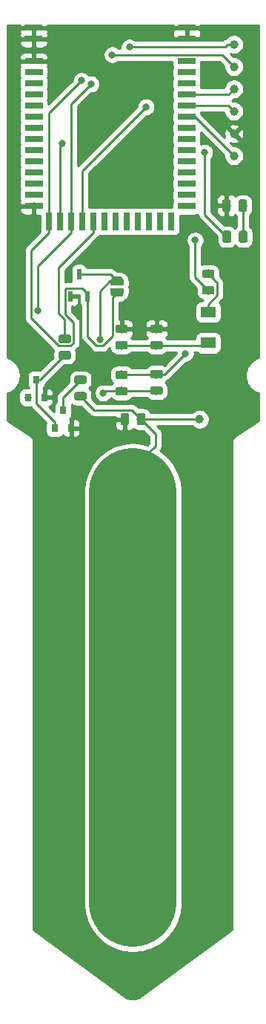
<source format=gbr>
G04 #@! TF.GenerationSoftware,KiCad,Pcbnew,(5.1.2-1)-1*
G04 #@! TF.CreationDate,2021-02-23T18:56:46+01:00*
G04 #@! TF.ProjectId,parasite,70617261-7369-4746-952e-6b696361645f,1.1.0*
G04 #@! TF.SameCoordinates,Original*
G04 #@! TF.FileFunction,Copper,L1,Top*
G04 #@! TF.FilePolarity,Positive*
%FSLAX46Y46*%
G04 Gerber Fmt 4.6, Leading zero omitted, Abs format (unit mm)*
G04 Created by KiCad (PCBNEW (5.1.2-1)-1) date 2021-02-23 18:56:46*
%MOMM*%
%LPD*%
G04 APERTURE LIST*
%ADD10R,2.000000X0.800000*%
%ADD11R,0.800000X2.000000*%
%ADD12R,0.590000X1.210000*%
%ADD13C,1.000000*%
%ADD14C,0.100000*%
%ADD15C,0.975000*%
%ADD16C,0.500000*%
%ADD17R,0.800000X0.900000*%
%ADD18R,1.700000X1.300000*%
%ADD19C,0.800000*%
%ADD20C,10.000000*%
%ADD21C,0.250000*%
%ADD22C,0.254000*%
G04 APERTURE END LIST*
D10*
X124150000Y-50155000D03*
X124150000Y-48885000D03*
X124130000Y-52695000D03*
X124130000Y-53965000D03*
X124130000Y-55235000D03*
X124130000Y-56505000D03*
X124130000Y-57775000D03*
X124130000Y-59045000D03*
X124130000Y-60315000D03*
X124130000Y-61585000D03*
X124130000Y-62855000D03*
X124130000Y-64125000D03*
X124130000Y-65395000D03*
X124130000Y-66665000D03*
X124130000Y-67935000D03*
X124130000Y-69205000D03*
D11*
X122385000Y-70950000D03*
X121115000Y-70950000D03*
X119845000Y-70950000D03*
X118575000Y-70950000D03*
X117305000Y-70950000D03*
X116035000Y-70950000D03*
X114765000Y-70950000D03*
X113495000Y-70950000D03*
X112225000Y-70950000D03*
X110955000Y-70950000D03*
X109685000Y-70950000D03*
X108415000Y-70950000D03*
D10*
X106670000Y-69205000D03*
X106670000Y-67935000D03*
X106670000Y-66665000D03*
X106670000Y-65395000D03*
X106670000Y-64125000D03*
X106670000Y-62855000D03*
X106670000Y-61585000D03*
X106670000Y-60315000D03*
X106670000Y-59045000D03*
X106670000Y-57775000D03*
X106670000Y-56505000D03*
X106670000Y-55235000D03*
X106670000Y-53965000D03*
X106670000Y-52695000D03*
X106650000Y-50155000D03*
X106650000Y-48885000D03*
D12*
X111840000Y-76985000D03*
X112790000Y-79495000D03*
X110890000Y-79495000D03*
D13*
X129540000Y-53340000D03*
X129540000Y-60960000D03*
X129540000Y-63500000D03*
X129540000Y-58420000D03*
X129540000Y-55880000D03*
D14*
G36*
X130867642Y-72001174D02*
G01*
X130891303Y-72004684D01*
X130914507Y-72010496D01*
X130937029Y-72018554D01*
X130958653Y-72028782D01*
X130979170Y-72041079D01*
X130998383Y-72055329D01*
X131016107Y-72071393D01*
X131032171Y-72089117D01*
X131046421Y-72108330D01*
X131058718Y-72128847D01*
X131068946Y-72150471D01*
X131077004Y-72172993D01*
X131082816Y-72196197D01*
X131086326Y-72219858D01*
X131087500Y-72243750D01*
X131087500Y-73156250D01*
X131086326Y-73180142D01*
X131082816Y-73203803D01*
X131077004Y-73227007D01*
X131068946Y-73249529D01*
X131058718Y-73271153D01*
X131046421Y-73291670D01*
X131032171Y-73310883D01*
X131016107Y-73328607D01*
X130998383Y-73344671D01*
X130979170Y-73358921D01*
X130958653Y-73371218D01*
X130937029Y-73381446D01*
X130914507Y-73389504D01*
X130891303Y-73395316D01*
X130867642Y-73398826D01*
X130843750Y-73400000D01*
X130356250Y-73400000D01*
X130332358Y-73398826D01*
X130308697Y-73395316D01*
X130285493Y-73389504D01*
X130262971Y-73381446D01*
X130241347Y-73371218D01*
X130220830Y-73358921D01*
X130201617Y-73344671D01*
X130183893Y-73328607D01*
X130167829Y-73310883D01*
X130153579Y-73291670D01*
X130141282Y-73271153D01*
X130131054Y-73249529D01*
X130122996Y-73227007D01*
X130117184Y-73203803D01*
X130113674Y-73180142D01*
X130112500Y-73156250D01*
X130112500Y-72243750D01*
X130113674Y-72219858D01*
X130117184Y-72196197D01*
X130122996Y-72172993D01*
X130131054Y-72150471D01*
X130141282Y-72128847D01*
X130153579Y-72108330D01*
X130167829Y-72089117D01*
X130183893Y-72071393D01*
X130201617Y-72055329D01*
X130220830Y-72041079D01*
X130241347Y-72028782D01*
X130262971Y-72018554D01*
X130285493Y-72010496D01*
X130308697Y-72004684D01*
X130332358Y-72001174D01*
X130356250Y-72000000D01*
X130843750Y-72000000D01*
X130867642Y-72001174D01*
X130867642Y-72001174D01*
G37*
D15*
X130600000Y-72700000D03*
D14*
G36*
X128992642Y-72001174D02*
G01*
X129016303Y-72004684D01*
X129039507Y-72010496D01*
X129062029Y-72018554D01*
X129083653Y-72028782D01*
X129104170Y-72041079D01*
X129123383Y-72055329D01*
X129141107Y-72071393D01*
X129157171Y-72089117D01*
X129171421Y-72108330D01*
X129183718Y-72128847D01*
X129193946Y-72150471D01*
X129202004Y-72172993D01*
X129207816Y-72196197D01*
X129211326Y-72219858D01*
X129212500Y-72243750D01*
X129212500Y-73156250D01*
X129211326Y-73180142D01*
X129207816Y-73203803D01*
X129202004Y-73227007D01*
X129193946Y-73249529D01*
X129183718Y-73271153D01*
X129171421Y-73291670D01*
X129157171Y-73310883D01*
X129141107Y-73328607D01*
X129123383Y-73344671D01*
X129104170Y-73358921D01*
X129083653Y-73371218D01*
X129062029Y-73381446D01*
X129039507Y-73389504D01*
X129016303Y-73395316D01*
X128992642Y-73398826D01*
X128968750Y-73400000D01*
X128481250Y-73400000D01*
X128457358Y-73398826D01*
X128433697Y-73395316D01*
X128410493Y-73389504D01*
X128387971Y-73381446D01*
X128366347Y-73371218D01*
X128345830Y-73358921D01*
X128326617Y-73344671D01*
X128308893Y-73328607D01*
X128292829Y-73310883D01*
X128278579Y-73291670D01*
X128266282Y-73271153D01*
X128256054Y-73249529D01*
X128247996Y-73227007D01*
X128242184Y-73203803D01*
X128238674Y-73180142D01*
X128237500Y-73156250D01*
X128237500Y-72243750D01*
X128238674Y-72219858D01*
X128242184Y-72196197D01*
X128247996Y-72172993D01*
X128256054Y-72150471D01*
X128266282Y-72128847D01*
X128278579Y-72108330D01*
X128292829Y-72089117D01*
X128308893Y-72071393D01*
X128326617Y-72055329D01*
X128345830Y-72041079D01*
X128366347Y-72028782D01*
X128387971Y-72018554D01*
X128410493Y-72010496D01*
X128433697Y-72004684D01*
X128457358Y-72001174D01*
X128481250Y-72000000D01*
X128968750Y-72000000D01*
X128992642Y-72001174D01*
X128992642Y-72001174D01*
G37*
D15*
X128725000Y-72700000D03*
D16*
X116200000Y-79050000D03*
D14*
G36*
X116949398Y-79050000D02*
G01*
X116949398Y-79074534D01*
X116944588Y-79123365D01*
X116935016Y-79171490D01*
X116920772Y-79218445D01*
X116901995Y-79263778D01*
X116878864Y-79307051D01*
X116851604Y-79347850D01*
X116820476Y-79385779D01*
X116785779Y-79420476D01*
X116747850Y-79451604D01*
X116707051Y-79478864D01*
X116663778Y-79501995D01*
X116618445Y-79520772D01*
X116571490Y-79535016D01*
X116523365Y-79544588D01*
X116474534Y-79549398D01*
X116450000Y-79549398D01*
X116450000Y-79550000D01*
X115950000Y-79550000D01*
X115950000Y-79549398D01*
X115925466Y-79549398D01*
X115876635Y-79544588D01*
X115828510Y-79535016D01*
X115781555Y-79520772D01*
X115736222Y-79501995D01*
X115692949Y-79478864D01*
X115652150Y-79451604D01*
X115614221Y-79420476D01*
X115579524Y-79385779D01*
X115548396Y-79347850D01*
X115521136Y-79307051D01*
X115498005Y-79263778D01*
X115479228Y-79218445D01*
X115464984Y-79171490D01*
X115455412Y-79123365D01*
X115450602Y-79074534D01*
X115450602Y-79050000D01*
X115450000Y-79050000D01*
X115450000Y-78550000D01*
X116950000Y-78550000D01*
X116950000Y-79050000D01*
X116949398Y-79050000D01*
X116949398Y-79050000D01*
G37*
D16*
X116200000Y-77750000D03*
D14*
G36*
X115450000Y-78250000D02*
G01*
X115450000Y-77750000D01*
X115450602Y-77750000D01*
X115450602Y-77725466D01*
X115455412Y-77676635D01*
X115464984Y-77628510D01*
X115479228Y-77581555D01*
X115498005Y-77536222D01*
X115521136Y-77492949D01*
X115548396Y-77452150D01*
X115579524Y-77414221D01*
X115614221Y-77379524D01*
X115652150Y-77348396D01*
X115692949Y-77321136D01*
X115736222Y-77298005D01*
X115781555Y-77279228D01*
X115828510Y-77264984D01*
X115876635Y-77255412D01*
X115925466Y-77250602D01*
X115950000Y-77250602D01*
X115950000Y-77250000D01*
X116450000Y-77250000D01*
X116450000Y-77250602D01*
X116474534Y-77250602D01*
X116523365Y-77255412D01*
X116571490Y-77264984D01*
X116618445Y-77279228D01*
X116663778Y-77298005D01*
X116707051Y-77321136D01*
X116747850Y-77348396D01*
X116785779Y-77379524D01*
X116820476Y-77414221D01*
X116851604Y-77452150D01*
X116878864Y-77492949D01*
X116901995Y-77536222D01*
X116920772Y-77581555D01*
X116935016Y-77628510D01*
X116944588Y-77676635D01*
X116949398Y-77725466D01*
X116949398Y-77750000D01*
X116950000Y-77750000D01*
X116950000Y-78250000D01*
X115450000Y-78250000D01*
X115450000Y-78250000D01*
G37*
G36*
X130825142Y-68446174D02*
G01*
X130848803Y-68449684D01*
X130872007Y-68455496D01*
X130894529Y-68463554D01*
X130916153Y-68473782D01*
X130936670Y-68486079D01*
X130955883Y-68500329D01*
X130973607Y-68516393D01*
X130989671Y-68534117D01*
X131003921Y-68553330D01*
X131016218Y-68573847D01*
X131026446Y-68595471D01*
X131034504Y-68617993D01*
X131040316Y-68641197D01*
X131043826Y-68664858D01*
X131045000Y-68688750D01*
X131045000Y-69601250D01*
X131043826Y-69625142D01*
X131040316Y-69648803D01*
X131034504Y-69672007D01*
X131026446Y-69694529D01*
X131016218Y-69716153D01*
X131003921Y-69736670D01*
X130989671Y-69755883D01*
X130973607Y-69773607D01*
X130955883Y-69789671D01*
X130936670Y-69803921D01*
X130916153Y-69816218D01*
X130894529Y-69826446D01*
X130872007Y-69834504D01*
X130848803Y-69840316D01*
X130825142Y-69843826D01*
X130801250Y-69845000D01*
X130313750Y-69845000D01*
X130289858Y-69843826D01*
X130266197Y-69840316D01*
X130242993Y-69834504D01*
X130220471Y-69826446D01*
X130198847Y-69816218D01*
X130178330Y-69803921D01*
X130159117Y-69789671D01*
X130141393Y-69773607D01*
X130125329Y-69755883D01*
X130111079Y-69736670D01*
X130098782Y-69716153D01*
X130088554Y-69694529D01*
X130080496Y-69672007D01*
X130074684Y-69648803D01*
X130071174Y-69625142D01*
X130070000Y-69601250D01*
X130070000Y-68688750D01*
X130071174Y-68664858D01*
X130074684Y-68641197D01*
X130080496Y-68617993D01*
X130088554Y-68595471D01*
X130098782Y-68573847D01*
X130111079Y-68553330D01*
X130125329Y-68534117D01*
X130141393Y-68516393D01*
X130159117Y-68500329D01*
X130178330Y-68486079D01*
X130198847Y-68473782D01*
X130220471Y-68463554D01*
X130242993Y-68455496D01*
X130266197Y-68449684D01*
X130289858Y-68446174D01*
X130313750Y-68445000D01*
X130801250Y-68445000D01*
X130825142Y-68446174D01*
X130825142Y-68446174D01*
G37*
D15*
X130557500Y-69145000D03*
D14*
G36*
X128950142Y-68446174D02*
G01*
X128973803Y-68449684D01*
X128997007Y-68455496D01*
X129019529Y-68463554D01*
X129041153Y-68473782D01*
X129061670Y-68486079D01*
X129080883Y-68500329D01*
X129098607Y-68516393D01*
X129114671Y-68534117D01*
X129128921Y-68553330D01*
X129141218Y-68573847D01*
X129151446Y-68595471D01*
X129159504Y-68617993D01*
X129165316Y-68641197D01*
X129168826Y-68664858D01*
X129170000Y-68688750D01*
X129170000Y-69601250D01*
X129168826Y-69625142D01*
X129165316Y-69648803D01*
X129159504Y-69672007D01*
X129151446Y-69694529D01*
X129141218Y-69716153D01*
X129128921Y-69736670D01*
X129114671Y-69755883D01*
X129098607Y-69773607D01*
X129080883Y-69789671D01*
X129061670Y-69803921D01*
X129041153Y-69816218D01*
X129019529Y-69826446D01*
X128997007Y-69834504D01*
X128973803Y-69840316D01*
X128950142Y-69843826D01*
X128926250Y-69845000D01*
X128438750Y-69845000D01*
X128414858Y-69843826D01*
X128391197Y-69840316D01*
X128367993Y-69834504D01*
X128345471Y-69826446D01*
X128323847Y-69816218D01*
X128303330Y-69803921D01*
X128284117Y-69789671D01*
X128266393Y-69773607D01*
X128250329Y-69755883D01*
X128236079Y-69736670D01*
X128223782Y-69716153D01*
X128213554Y-69694529D01*
X128205496Y-69672007D01*
X128199684Y-69648803D01*
X128196174Y-69625142D01*
X128195000Y-69601250D01*
X128195000Y-68688750D01*
X128196174Y-68664858D01*
X128199684Y-68641197D01*
X128205496Y-68617993D01*
X128213554Y-68595471D01*
X128223782Y-68573847D01*
X128236079Y-68553330D01*
X128250329Y-68534117D01*
X128266393Y-68516393D01*
X128284117Y-68500329D01*
X128303330Y-68486079D01*
X128323847Y-68473782D01*
X128345471Y-68463554D01*
X128367993Y-68455496D01*
X128391197Y-68449684D01*
X128414858Y-68446174D01*
X128438750Y-68445000D01*
X128926250Y-68445000D01*
X128950142Y-68446174D01*
X128950142Y-68446174D01*
G37*
D15*
X128682500Y-69145000D03*
D17*
X110000000Y-92500000D03*
X110950000Y-94500000D03*
X109050000Y-94500000D03*
X106950000Y-89000000D03*
X107900000Y-91000000D03*
X106000000Y-91000000D03*
D14*
G36*
X119205142Y-92801174D02*
G01*
X119228803Y-92804684D01*
X119252007Y-92810496D01*
X119274529Y-92818554D01*
X119296153Y-92828782D01*
X119316670Y-92841079D01*
X119335883Y-92855329D01*
X119353607Y-92871393D01*
X119369671Y-92889117D01*
X119383921Y-92908330D01*
X119396218Y-92928847D01*
X119406446Y-92950471D01*
X119414504Y-92972993D01*
X119420316Y-92996197D01*
X119423826Y-93019858D01*
X119425000Y-93043750D01*
X119425000Y-93956250D01*
X119423826Y-93980142D01*
X119420316Y-94003803D01*
X119414504Y-94027007D01*
X119406446Y-94049529D01*
X119396218Y-94071153D01*
X119383921Y-94091670D01*
X119369671Y-94110883D01*
X119353607Y-94128607D01*
X119335883Y-94144671D01*
X119316670Y-94158921D01*
X119296153Y-94171218D01*
X119274529Y-94181446D01*
X119252007Y-94189504D01*
X119228803Y-94195316D01*
X119205142Y-94198826D01*
X119181250Y-94200000D01*
X118693750Y-94200000D01*
X118669858Y-94198826D01*
X118646197Y-94195316D01*
X118622993Y-94189504D01*
X118600471Y-94181446D01*
X118578847Y-94171218D01*
X118558330Y-94158921D01*
X118539117Y-94144671D01*
X118521393Y-94128607D01*
X118505329Y-94110883D01*
X118491079Y-94091670D01*
X118478782Y-94071153D01*
X118468554Y-94049529D01*
X118460496Y-94027007D01*
X118454684Y-94003803D01*
X118451174Y-93980142D01*
X118450000Y-93956250D01*
X118450000Y-93043750D01*
X118451174Y-93019858D01*
X118454684Y-92996197D01*
X118460496Y-92972993D01*
X118468554Y-92950471D01*
X118478782Y-92928847D01*
X118491079Y-92908330D01*
X118505329Y-92889117D01*
X118521393Y-92871393D01*
X118539117Y-92855329D01*
X118558330Y-92841079D01*
X118578847Y-92828782D01*
X118600471Y-92818554D01*
X118622993Y-92810496D01*
X118646197Y-92804684D01*
X118669858Y-92801174D01*
X118693750Y-92800000D01*
X119181250Y-92800000D01*
X119205142Y-92801174D01*
X119205142Y-92801174D01*
G37*
D15*
X118937500Y-93500000D03*
D14*
G36*
X117330142Y-92801174D02*
G01*
X117353803Y-92804684D01*
X117377007Y-92810496D01*
X117399529Y-92818554D01*
X117421153Y-92828782D01*
X117441670Y-92841079D01*
X117460883Y-92855329D01*
X117478607Y-92871393D01*
X117494671Y-92889117D01*
X117508921Y-92908330D01*
X117521218Y-92928847D01*
X117531446Y-92950471D01*
X117539504Y-92972993D01*
X117545316Y-92996197D01*
X117548826Y-93019858D01*
X117550000Y-93043750D01*
X117550000Y-93956250D01*
X117548826Y-93980142D01*
X117545316Y-94003803D01*
X117539504Y-94027007D01*
X117531446Y-94049529D01*
X117521218Y-94071153D01*
X117508921Y-94091670D01*
X117494671Y-94110883D01*
X117478607Y-94128607D01*
X117460883Y-94144671D01*
X117441670Y-94158921D01*
X117421153Y-94171218D01*
X117399529Y-94181446D01*
X117377007Y-94189504D01*
X117353803Y-94195316D01*
X117330142Y-94198826D01*
X117306250Y-94200000D01*
X116818750Y-94200000D01*
X116794858Y-94198826D01*
X116771197Y-94195316D01*
X116747993Y-94189504D01*
X116725471Y-94181446D01*
X116703847Y-94171218D01*
X116683330Y-94158921D01*
X116664117Y-94144671D01*
X116646393Y-94128607D01*
X116630329Y-94110883D01*
X116616079Y-94091670D01*
X116603782Y-94071153D01*
X116593554Y-94049529D01*
X116585496Y-94027007D01*
X116579684Y-94003803D01*
X116576174Y-93980142D01*
X116575000Y-93956250D01*
X116575000Y-93043750D01*
X116576174Y-93019858D01*
X116579684Y-92996197D01*
X116585496Y-92972993D01*
X116593554Y-92950471D01*
X116603782Y-92928847D01*
X116616079Y-92908330D01*
X116630329Y-92889117D01*
X116646393Y-92871393D01*
X116664117Y-92855329D01*
X116683330Y-92841079D01*
X116703847Y-92828782D01*
X116725471Y-92818554D01*
X116747993Y-92810496D01*
X116771197Y-92804684D01*
X116794858Y-92801174D01*
X116818750Y-92800000D01*
X117306250Y-92800000D01*
X117330142Y-92801174D01*
X117330142Y-92801174D01*
G37*
D15*
X117062500Y-93500000D03*
D14*
G36*
X121180142Y-82713674D02*
G01*
X121203803Y-82717184D01*
X121227007Y-82722996D01*
X121249529Y-82731054D01*
X121271153Y-82741282D01*
X121291670Y-82753579D01*
X121310883Y-82767829D01*
X121328607Y-82783893D01*
X121344671Y-82801617D01*
X121358921Y-82820830D01*
X121371218Y-82841347D01*
X121381446Y-82862971D01*
X121389504Y-82885493D01*
X121395316Y-82908697D01*
X121398826Y-82932358D01*
X121400000Y-82956250D01*
X121400000Y-83443750D01*
X121398826Y-83467642D01*
X121395316Y-83491303D01*
X121389504Y-83514507D01*
X121381446Y-83537029D01*
X121371218Y-83558653D01*
X121358921Y-83579170D01*
X121344671Y-83598383D01*
X121328607Y-83616107D01*
X121310883Y-83632171D01*
X121291670Y-83646421D01*
X121271153Y-83658718D01*
X121249529Y-83668946D01*
X121227007Y-83677004D01*
X121203803Y-83682816D01*
X121180142Y-83686326D01*
X121156250Y-83687500D01*
X120243750Y-83687500D01*
X120219858Y-83686326D01*
X120196197Y-83682816D01*
X120172993Y-83677004D01*
X120150471Y-83668946D01*
X120128847Y-83658718D01*
X120108330Y-83646421D01*
X120089117Y-83632171D01*
X120071393Y-83616107D01*
X120055329Y-83598383D01*
X120041079Y-83579170D01*
X120028782Y-83558653D01*
X120018554Y-83537029D01*
X120010496Y-83514507D01*
X120004684Y-83491303D01*
X120001174Y-83467642D01*
X120000000Y-83443750D01*
X120000000Y-82956250D01*
X120001174Y-82932358D01*
X120004684Y-82908697D01*
X120010496Y-82885493D01*
X120018554Y-82862971D01*
X120028782Y-82841347D01*
X120041079Y-82820830D01*
X120055329Y-82801617D01*
X120071393Y-82783893D01*
X120089117Y-82767829D01*
X120108330Y-82753579D01*
X120128847Y-82741282D01*
X120150471Y-82731054D01*
X120172993Y-82722996D01*
X120196197Y-82717184D01*
X120219858Y-82713674D01*
X120243750Y-82712500D01*
X121156250Y-82712500D01*
X121180142Y-82713674D01*
X121180142Y-82713674D01*
G37*
D15*
X120700000Y-83200000D03*
D14*
G36*
X121180142Y-84588674D02*
G01*
X121203803Y-84592184D01*
X121227007Y-84597996D01*
X121249529Y-84606054D01*
X121271153Y-84616282D01*
X121291670Y-84628579D01*
X121310883Y-84642829D01*
X121328607Y-84658893D01*
X121344671Y-84676617D01*
X121358921Y-84695830D01*
X121371218Y-84716347D01*
X121381446Y-84737971D01*
X121389504Y-84760493D01*
X121395316Y-84783697D01*
X121398826Y-84807358D01*
X121400000Y-84831250D01*
X121400000Y-85318750D01*
X121398826Y-85342642D01*
X121395316Y-85366303D01*
X121389504Y-85389507D01*
X121381446Y-85412029D01*
X121371218Y-85433653D01*
X121358921Y-85454170D01*
X121344671Y-85473383D01*
X121328607Y-85491107D01*
X121310883Y-85507171D01*
X121291670Y-85521421D01*
X121271153Y-85533718D01*
X121249529Y-85543946D01*
X121227007Y-85552004D01*
X121203803Y-85557816D01*
X121180142Y-85561326D01*
X121156250Y-85562500D01*
X120243750Y-85562500D01*
X120219858Y-85561326D01*
X120196197Y-85557816D01*
X120172993Y-85552004D01*
X120150471Y-85543946D01*
X120128847Y-85533718D01*
X120108330Y-85521421D01*
X120089117Y-85507171D01*
X120071393Y-85491107D01*
X120055329Y-85473383D01*
X120041079Y-85454170D01*
X120028782Y-85433653D01*
X120018554Y-85412029D01*
X120010496Y-85389507D01*
X120004684Y-85366303D01*
X120001174Y-85342642D01*
X120000000Y-85318750D01*
X120000000Y-84831250D01*
X120001174Y-84807358D01*
X120004684Y-84783697D01*
X120010496Y-84760493D01*
X120018554Y-84737971D01*
X120028782Y-84716347D01*
X120041079Y-84695830D01*
X120055329Y-84676617D01*
X120071393Y-84658893D01*
X120089117Y-84642829D01*
X120108330Y-84628579D01*
X120128847Y-84616282D01*
X120150471Y-84606054D01*
X120172993Y-84597996D01*
X120196197Y-84592184D01*
X120219858Y-84588674D01*
X120243750Y-84587500D01*
X121156250Y-84587500D01*
X121180142Y-84588674D01*
X121180142Y-84588674D01*
G37*
D15*
X120700000Y-85075000D03*
D18*
X126600000Y-84800000D03*
X126600000Y-81300000D03*
D14*
G36*
X127080142Y-76438674D02*
G01*
X127103803Y-76442184D01*
X127127007Y-76447996D01*
X127149529Y-76456054D01*
X127171153Y-76466282D01*
X127191670Y-76478579D01*
X127210883Y-76492829D01*
X127228607Y-76508893D01*
X127244671Y-76526617D01*
X127258921Y-76545830D01*
X127271218Y-76566347D01*
X127281446Y-76587971D01*
X127289504Y-76610493D01*
X127295316Y-76633697D01*
X127298826Y-76657358D01*
X127300000Y-76681250D01*
X127300000Y-77168750D01*
X127298826Y-77192642D01*
X127295316Y-77216303D01*
X127289504Y-77239507D01*
X127281446Y-77262029D01*
X127271218Y-77283653D01*
X127258921Y-77304170D01*
X127244671Y-77323383D01*
X127228607Y-77341107D01*
X127210883Y-77357171D01*
X127191670Y-77371421D01*
X127171153Y-77383718D01*
X127149529Y-77393946D01*
X127127007Y-77402004D01*
X127103803Y-77407816D01*
X127080142Y-77411326D01*
X127056250Y-77412500D01*
X126143750Y-77412500D01*
X126119858Y-77411326D01*
X126096197Y-77407816D01*
X126072993Y-77402004D01*
X126050471Y-77393946D01*
X126028847Y-77383718D01*
X126008330Y-77371421D01*
X125989117Y-77357171D01*
X125971393Y-77341107D01*
X125955329Y-77323383D01*
X125941079Y-77304170D01*
X125928782Y-77283653D01*
X125918554Y-77262029D01*
X125910496Y-77239507D01*
X125904684Y-77216303D01*
X125901174Y-77192642D01*
X125900000Y-77168750D01*
X125900000Y-76681250D01*
X125901174Y-76657358D01*
X125904684Y-76633697D01*
X125910496Y-76610493D01*
X125918554Y-76587971D01*
X125928782Y-76566347D01*
X125941079Y-76545830D01*
X125955329Y-76526617D01*
X125971393Y-76508893D01*
X125989117Y-76492829D01*
X126008330Y-76478579D01*
X126028847Y-76466282D01*
X126050471Y-76456054D01*
X126072993Y-76447996D01*
X126096197Y-76442184D01*
X126119858Y-76438674D01*
X126143750Y-76437500D01*
X127056250Y-76437500D01*
X127080142Y-76438674D01*
X127080142Y-76438674D01*
G37*
D15*
X126600000Y-76925000D03*
D14*
G36*
X127080142Y-78313674D02*
G01*
X127103803Y-78317184D01*
X127127007Y-78322996D01*
X127149529Y-78331054D01*
X127171153Y-78341282D01*
X127191670Y-78353579D01*
X127210883Y-78367829D01*
X127228607Y-78383893D01*
X127244671Y-78401617D01*
X127258921Y-78420830D01*
X127271218Y-78441347D01*
X127281446Y-78462971D01*
X127289504Y-78485493D01*
X127295316Y-78508697D01*
X127298826Y-78532358D01*
X127300000Y-78556250D01*
X127300000Y-79043750D01*
X127298826Y-79067642D01*
X127295316Y-79091303D01*
X127289504Y-79114507D01*
X127281446Y-79137029D01*
X127271218Y-79158653D01*
X127258921Y-79179170D01*
X127244671Y-79198383D01*
X127228607Y-79216107D01*
X127210883Y-79232171D01*
X127191670Y-79246421D01*
X127171153Y-79258718D01*
X127149529Y-79268946D01*
X127127007Y-79277004D01*
X127103803Y-79282816D01*
X127080142Y-79286326D01*
X127056250Y-79287500D01*
X126143750Y-79287500D01*
X126119858Y-79286326D01*
X126096197Y-79282816D01*
X126072993Y-79277004D01*
X126050471Y-79268946D01*
X126028847Y-79258718D01*
X126008330Y-79246421D01*
X125989117Y-79232171D01*
X125971393Y-79216107D01*
X125955329Y-79198383D01*
X125941079Y-79179170D01*
X125928782Y-79158653D01*
X125918554Y-79137029D01*
X125910496Y-79114507D01*
X125904684Y-79091303D01*
X125901174Y-79067642D01*
X125900000Y-79043750D01*
X125900000Y-78556250D01*
X125901174Y-78532358D01*
X125904684Y-78508697D01*
X125910496Y-78485493D01*
X125918554Y-78462971D01*
X125928782Y-78441347D01*
X125941079Y-78420830D01*
X125955329Y-78401617D01*
X125971393Y-78383893D01*
X125989117Y-78367829D01*
X126008330Y-78353579D01*
X126028847Y-78341282D01*
X126050471Y-78331054D01*
X126072993Y-78322996D01*
X126096197Y-78317184D01*
X126119858Y-78313674D01*
X126143750Y-78312500D01*
X127056250Y-78312500D01*
X127080142Y-78313674D01*
X127080142Y-78313674D01*
G37*
D15*
X126600000Y-78800000D03*
D14*
G36*
X110680142Y-83838674D02*
G01*
X110703803Y-83842184D01*
X110727007Y-83847996D01*
X110749529Y-83856054D01*
X110771153Y-83866282D01*
X110791670Y-83878579D01*
X110810883Y-83892829D01*
X110828607Y-83908893D01*
X110844671Y-83926617D01*
X110858921Y-83945830D01*
X110871218Y-83966347D01*
X110881446Y-83987971D01*
X110889504Y-84010493D01*
X110895316Y-84033697D01*
X110898826Y-84057358D01*
X110900000Y-84081250D01*
X110900000Y-84568750D01*
X110898826Y-84592642D01*
X110895316Y-84616303D01*
X110889504Y-84639507D01*
X110881446Y-84662029D01*
X110871218Y-84683653D01*
X110858921Y-84704170D01*
X110844671Y-84723383D01*
X110828607Y-84741107D01*
X110810883Y-84757171D01*
X110791670Y-84771421D01*
X110771153Y-84783718D01*
X110749529Y-84793946D01*
X110727007Y-84802004D01*
X110703803Y-84807816D01*
X110680142Y-84811326D01*
X110656250Y-84812500D01*
X109743750Y-84812500D01*
X109719858Y-84811326D01*
X109696197Y-84807816D01*
X109672993Y-84802004D01*
X109650471Y-84793946D01*
X109628847Y-84783718D01*
X109608330Y-84771421D01*
X109589117Y-84757171D01*
X109571393Y-84741107D01*
X109555329Y-84723383D01*
X109541079Y-84704170D01*
X109528782Y-84683653D01*
X109518554Y-84662029D01*
X109510496Y-84639507D01*
X109504684Y-84616303D01*
X109501174Y-84592642D01*
X109500000Y-84568750D01*
X109500000Y-84081250D01*
X109501174Y-84057358D01*
X109504684Y-84033697D01*
X109510496Y-84010493D01*
X109518554Y-83987971D01*
X109528782Y-83966347D01*
X109541079Y-83945830D01*
X109555329Y-83926617D01*
X109571393Y-83908893D01*
X109589117Y-83892829D01*
X109608330Y-83878579D01*
X109628847Y-83866282D01*
X109650471Y-83856054D01*
X109672993Y-83847996D01*
X109696197Y-83842184D01*
X109719858Y-83838674D01*
X109743750Y-83837500D01*
X110656250Y-83837500D01*
X110680142Y-83838674D01*
X110680142Y-83838674D01*
G37*
D15*
X110200000Y-84325000D03*
D14*
G36*
X110680142Y-85713674D02*
G01*
X110703803Y-85717184D01*
X110727007Y-85722996D01*
X110749529Y-85731054D01*
X110771153Y-85741282D01*
X110791670Y-85753579D01*
X110810883Y-85767829D01*
X110828607Y-85783893D01*
X110844671Y-85801617D01*
X110858921Y-85820830D01*
X110871218Y-85841347D01*
X110881446Y-85862971D01*
X110889504Y-85885493D01*
X110895316Y-85908697D01*
X110898826Y-85932358D01*
X110900000Y-85956250D01*
X110900000Y-86443750D01*
X110898826Y-86467642D01*
X110895316Y-86491303D01*
X110889504Y-86514507D01*
X110881446Y-86537029D01*
X110871218Y-86558653D01*
X110858921Y-86579170D01*
X110844671Y-86598383D01*
X110828607Y-86616107D01*
X110810883Y-86632171D01*
X110791670Y-86646421D01*
X110771153Y-86658718D01*
X110749529Y-86668946D01*
X110727007Y-86677004D01*
X110703803Y-86682816D01*
X110680142Y-86686326D01*
X110656250Y-86687500D01*
X109743750Y-86687500D01*
X109719858Y-86686326D01*
X109696197Y-86682816D01*
X109672993Y-86677004D01*
X109650471Y-86668946D01*
X109628847Y-86658718D01*
X109608330Y-86646421D01*
X109589117Y-86632171D01*
X109571393Y-86616107D01*
X109555329Y-86598383D01*
X109541079Y-86579170D01*
X109528782Y-86558653D01*
X109518554Y-86537029D01*
X109510496Y-86514507D01*
X109504684Y-86491303D01*
X109501174Y-86467642D01*
X109500000Y-86443750D01*
X109500000Y-85956250D01*
X109501174Y-85932358D01*
X109504684Y-85908697D01*
X109510496Y-85885493D01*
X109518554Y-85862971D01*
X109528782Y-85841347D01*
X109541079Y-85820830D01*
X109555329Y-85801617D01*
X109571393Y-85783893D01*
X109589117Y-85767829D01*
X109608330Y-85753579D01*
X109628847Y-85741282D01*
X109650471Y-85731054D01*
X109672993Y-85722996D01*
X109696197Y-85717184D01*
X109719858Y-85713674D01*
X109743750Y-85712500D01*
X110656250Y-85712500D01*
X110680142Y-85713674D01*
X110680142Y-85713674D01*
G37*
D15*
X110200000Y-86200000D03*
D14*
G36*
X121180142Y-87876174D02*
G01*
X121203803Y-87879684D01*
X121227007Y-87885496D01*
X121249529Y-87893554D01*
X121271153Y-87903782D01*
X121291670Y-87916079D01*
X121310883Y-87930329D01*
X121328607Y-87946393D01*
X121344671Y-87964117D01*
X121358921Y-87983330D01*
X121371218Y-88003847D01*
X121381446Y-88025471D01*
X121389504Y-88047993D01*
X121395316Y-88071197D01*
X121398826Y-88094858D01*
X121400000Y-88118750D01*
X121400000Y-88606250D01*
X121398826Y-88630142D01*
X121395316Y-88653803D01*
X121389504Y-88677007D01*
X121381446Y-88699529D01*
X121371218Y-88721153D01*
X121358921Y-88741670D01*
X121344671Y-88760883D01*
X121328607Y-88778607D01*
X121310883Y-88794671D01*
X121291670Y-88808921D01*
X121271153Y-88821218D01*
X121249529Y-88831446D01*
X121227007Y-88839504D01*
X121203803Y-88845316D01*
X121180142Y-88848826D01*
X121156250Y-88850000D01*
X120243750Y-88850000D01*
X120219858Y-88848826D01*
X120196197Y-88845316D01*
X120172993Y-88839504D01*
X120150471Y-88831446D01*
X120128847Y-88821218D01*
X120108330Y-88808921D01*
X120089117Y-88794671D01*
X120071393Y-88778607D01*
X120055329Y-88760883D01*
X120041079Y-88741670D01*
X120028782Y-88721153D01*
X120018554Y-88699529D01*
X120010496Y-88677007D01*
X120004684Y-88653803D01*
X120001174Y-88630142D01*
X120000000Y-88606250D01*
X120000000Y-88118750D01*
X120001174Y-88094858D01*
X120004684Y-88071197D01*
X120010496Y-88047993D01*
X120018554Y-88025471D01*
X120028782Y-88003847D01*
X120041079Y-87983330D01*
X120055329Y-87964117D01*
X120071393Y-87946393D01*
X120089117Y-87930329D01*
X120108330Y-87916079D01*
X120128847Y-87903782D01*
X120150471Y-87893554D01*
X120172993Y-87885496D01*
X120196197Y-87879684D01*
X120219858Y-87876174D01*
X120243750Y-87875000D01*
X121156250Y-87875000D01*
X121180142Y-87876174D01*
X121180142Y-87876174D01*
G37*
D15*
X120700000Y-88362500D03*
D14*
G36*
X121180142Y-89751174D02*
G01*
X121203803Y-89754684D01*
X121227007Y-89760496D01*
X121249529Y-89768554D01*
X121271153Y-89778782D01*
X121291670Y-89791079D01*
X121310883Y-89805329D01*
X121328607Y-89821393D01*
X121344671Y-89839117D01*
X121358921Y-89858330D01*
X121371218Y-89878847D01*
X121381446Y-89900471D01*
X121389504Y-89922993D01*
X121395316Y-89946197D01*
X121398826Y-89969858D01*
X121400000Y-89993750D01*
X121400000Y-90481250D01*
X121398826Y-90505142D01*
X121395316Y-90528803D01*
X121389504Y-90552007D01*
X121381446Y-90574529D01*
X121371218Y-90596153D01*
X121358921Y-90616670D01*
X121344671Y-90635883D01*
X121328607Y-90653607D01*
X121310883Y-90669671D01*
X121291670Y-90683921D01*
X121271153Y-90696218D01*
X121249529Y-90706446D01*
X121227007Y-90714504D01*
X121203803Y-90720316D01*
X121180142Y-90723826D01*
X121156250Y-90725000D01*
X120243750Y-90725000D01*
X120219858Y-90723826D01*
X120196197Y-90720316D01*
X120172993Y-90714504D01*
X120150471Y-90706446D01*
X120128847Y-90696218D01*
X120108330Y-90683921D01*
X120089117Y-90669671D01*
X120071393Y-90653607D01*
X120055329Y-90635883D01*
X120041079Y-90616670D01*
X120028782Y-90596153D01*
X120018554Y-90574529D01*
X120010496Y-90552007D01*
X120004684Y-90528803D01*
X120001174Y-90505142D01*
X120000000Y-90481250D01*
X120000000Y-89993750D01*
X120001174Y-89969858D01*
X120004684Y-89946197D01*
X120010496Y-89922993D01*
X120018554Y-89900471D01*
X120028782Y-89878847D01*
X120041079Y-89858330D01*
X120055329Y-89839117D01*
X120071393Y-89821393D01*
X120089117Y-89805329D01*
X120108330Y-89791079D01*
X120128847Y-89778782D01*
X120150471Y-89768554D01*
X120172993Y-89760496D01*
X120196197Y-89754684D01*
X120219858Y-89751174D01*
X120243750Y-89750000D01*
X121156250Y-89750000D01*
X121180142Y-89751174D01*
X121180142Y-89751174D01*
G37*
D15*
X120700000Y-90237500D03*
D14*
G36*
X112480142Y-88513674D02*
G01*
X112503803Y-88517184D01*
X112527007Y-88522996D01*
X112549529Y-88531054D01*
X112571153Y-88541282D01*
X112591670Y-88553579D01*
X112610883Y-88567829D01*
X112628607Y-88583893D01*
X112644671Y-88601617D01*
X112658921Y-88620830D01*
X112671218Y-88641347D01*
X112681446Y-88662971D01*
X112689504Y-88685493D01*
X112695316Y-88708697D01*
X112698826Y-88732358D01*
X112700000Y-88756250D01*
X112700000Y-89243750D01*
X112698826Y-89267642D01*
X112695316Y-89291303D01*
X112689504Y-89314507D01*
X112681446Y-89337029D01*
X112671218Y-89358653D01*
X112658921Y-89379170D01*
X112644671Y-89398383D01*
X112628607Y-89416107D01*
X112610883Y-89432171D01*
X112591670Y-89446421D01*
X112571153Y-89458718D01*
X112549529Y-89468946D01*
X112527007Y-89477004D01*
X112503803Y-89482816D01*
X112480142Y-89486326D01*
X112456250Y-89487500D01*
X111543750Y-89487500D01*
X111519858Y-89486326D01*
X111496197Y-89482816D01*
X111472993Y-89477004D01*
X111450471Y-89468946D01*
X111428847Y-89458718D01*
X111408330Y-89446421D01*
X111389117Y-89432171D01*
X111371393Y-89416107D01*
X111355329Y-89398383D01*
X111341079Y-89379170D01*
X111328782Y-89358653D01*
X111318554Y-89337029D01*
X111310496Y-89314507D01*
X111304684Y-89291303D01*
X111301174Y-89267642D01*
X111300000Y-89243750D01*
X111300000Y-88756250D01*
X111301174Y-88732358D01*
X111304684Y-88708697D01*
X111310496Y-88685493D01*
X111318554Y-88662971D01*
X111328782Y-88641347D01*
X111341079Y-88620830D01*
X111355329Y-88601617D01*
X111371393Y-88583893D01*
X111389117Y-88567829D01*
X111408330Y-88553579D01*
X111428847Y-88541282D01*
X111450471Y-88531054D01*
X111472993Y-88522996D01*
X111496197Y-88517184D01*
X111519858Y-88513674D01*
X111543750Y-88512500D01*
X112456250Y-88512500D01*
X112480142Y-88513674D01*
X112480142Y-88513674D01*
G37*
D15*
X112000000Y-89000000D03*
D14*
G36*
X112480142Y-90388674D02*
G01*
X112503803Y-90392184D01*
X112527007Y-90397996D01*
X112549529Y-90406054D01*
X112571153Y-90416282D01*
X112591670Y-90428579D01*
X112610883Y-90442829D01*
X112628607Y-90458893D01*
X112644671Y-90476617D01*
X112658921Y-90495830D01*
X112671218Y-90516347D01*
X112681446Y-90537971D01*
X112689504Y-90560493D01*
X112695316Y-90583697D01*
X112698826Y-90607358D01*
X112700000Y-90631250D01*
X112700000Y-91118750D01*
X112698826Y-91142642D01*
X112695316Y-91166303D01*
X112689504Y-91189507D01*
X112681446Y-91212029D01*
X112671218Y-91233653D01*
X112658921Y-91254170D01*
X112644671Y-91273383D01*
X112628607Y-91291107D01*
X112610883Y-91307171D01*
X112591670Y-91321421D01*
X112571153Y-91333718D01*
X112549529Y-91343946D01*
X112527007Y-91352004D01*
X112503803Y-91357816D01*
X112480142Y-91361326D01*
X112456250Y-91362500D01*
X111543750Y-91362500D01*
X111519858Y-91361326D01*
X111496197Y-91357816D01*
X111472993Y-91352004D01*
X111450471Y-91343946D01*
X111428847Y-91333718D01*
X111408330Y-91321421D01*
X111389117Y-91307171D01*
X111371393Y-91291107D01*
X111355329Y-91273383D01*
X111341079Y-91254170D01*
X111328782Y-91233653D01*
X111318554Y-91212029D01*
X111310496Y-91189507D01*
X111304684Y-91166303D01*
X111301174Y-91142642D01*
X111300000Y-91118750D01*
X111300000Y-90631250D01*
X111301174Y-90607358D01*
X111304684Y-90583697D01*
X111310496Y-90560493D01*
X111318554Y-90537971D01*
X111328782Y-90516347D01*
X111341079Y-90495830D01*
X111355329Y-90476617D01*
X111371393Y-90458893D01*
X111389117Y-90442829D01*
X111408330Y-90428579D01*
X111428847Y-90416282D01*
X111450471Y-90406054D01*
X111472993Y-90397996D01*
X111496197Y-90392184D01*
X111519858Y-90388674D01*
X111543750Y-90387500D01*
X112456250Y-90387500D01*
X112480142Y-90388674D01*
X112480142Y-90388674D01*
G37*
D15*
X112000000Y-90875000D03*
D14*
G36*
X117180142Y-84588674D02*
G01*
X117203803Y-84592184D01*
X117227007Y-84597996D01*
X117249529Y-84606054D01*
X117271153Y-84616282D01*
X117291670Y-84628579D01*
X117310883Y-84642829D01*
X117328607Y-84658893D01*
X117344671Y-84676617D01*
X117358921Y-84695830D01*
X117371218Y-84716347D01*
X117381446Y-84737971D01*
X117389504Y-84760493D01*
X117395316Y-84783697D01*
X117398826Y-84807358D01*
X117400000Y-84831250D01*
X117400000Y-85318750D01*
X117398826Y-85342642D01*
X117395316Y-85366303D01*
X117389504Y-85389507D01*
X117381446Y-85412029D01*
X117371218Y-85433653D01*
X117358921Y-85454170D01*
X117344671Y-85473383D01*
X117328607Y-85491107D01*
X117310883Y-85507171D01*
X117291670Y-85521421D01*
X117271153Y-85533718D01*
X117249529Y-85543946D01*
X117227007Y-85552004D01*
X117203803Y-85557816D01*
X117180142Y-85561326D01*
X117156250Y-85562500D01*
X116243750Y-85562500D01*
X116219858Y-85561326D01*
X116196197Y-85557816D01*
X116172993Y-85552004D01*
X116150471Y-85543946D01*
X116128847Y-85533718D01*
X116108330Y-85521421D01*
X116089117Y-85507171D01*
X116071393Y-85491107D01*
X116055329Y-85473383D01*
X116041079Y-85454170D01*
X116028782Y-85433653D01*
X116018554Y-85412029D01*
X116010496Y-85389507D01*
X116004684Y-85366303D01*
X116001174Y-85342642D01*
X116000000Y-85318750D01*
X116000000Y-84831250D01*
X116001174Y-84807358D01*
X116004684Y-84783697D01*
X116010496Y-84760493D01*
X116018554Y-84737971D01*
X116028782Y-84716347D01*
X116041079Y-84695830D01*
X116055329Y-84676617D01*
X116071393Y-84658893D01*
X116089117Y-84642829D01*
X116108330Y-84628579D01*
X116128847Y-84616282D01*
X116150471Y-84606054D01*
X116172993Y-84597996D01*
X116196197Y-84592184D01*
X116219858Y-84588674D01*
X116243750Y-84587500D01*
X117156250Y-84587500D01*
X117180142Y-84588674D01*
X117180142Y-84588674D01*
G37*
D15*
X116700000Y-85075000D03*
D14*
G36*
X117180142Y-82713674D02*
G01*
X117203803Y-82717184D01*
X117227007Y-82722996D01*
X117249529Y-82731054D01*
X117271153Y-82741282D01*
X117291670Y-82753579D01*
X117310883Y-82767829D01*
X117328607Y-82783893D01*
X117344671Y-82801617D01*
X117358921Y-82820830D01*
X117371218Y-82841347D01*
X117381446Y-82862971D01*
X117389504Y-82885493D01*
X117395316Y-82908697D01*
X117398826Y-82932358D01*
X117400000Y-82956250D01*
X117400000Y-83443750D01*
X117398826Y-83467642D01*
X117395316Y-83491303D01*
X117389504Y-83514507D01*
X117381446Y-83537029D01*
X117371218Y-83558653D01*
X117358921Y-83579170D01*
X117344671Y-83598383D01*
X117328607Y-83616107D01*
X117310883Y-83632171D01*
X117291670Y-83646421D01*
X117271153Y-83658718D01*
X117249529Y-83668946D01*
X117227007Y-83677004D01*
X117203803Y-83682816D01*
X117180142Y-83686326D01*
X117156250Y-83687500D01*
X116243750Y-83687500D01*
X116219858Y-83686326D01*
X116196197Y-83682816D01*
X116172993Y-83677004D01*
X116150471Y-83668946D01*
X116128847Y-83658718D01*
X116108330Y-83646421D01*
X116089117Y-83632171D01*
X116071393Y-83616107D01*
X116055329Y-83598383D01*
X116041079Y-83579170D01*
X116028782Y-83558653D01*
X116018554Y-83537029D01*
X116010496Y-83514507D01*
X116004684Y-83491303D01*
X116001174Y-83467642D01*
X116000000Y-83443750D01*
X116000000Y-82956250D01*
X116001174Y-82932358D01*
X116004684Y-82908697D01*
X116010496Y-82885493D01*
X116018554Y-82862971D01*
X116028782Y-82841347D01*
X116041079Y-82820830D01*
X116055329Y-82801617D01*
X116071393Y-82783893D01*
X116089117Y-82767829D01*
X116108330Y-82753579D01*
X116128847Y-82741282D01*
X116150471Y-82731054D01*
X116172993Y-82722996D01*
X116196197Y-82717184D01*
X116219858Y-82713674D01*
X116243750Y-82712500D01*
X117156250Y-82712500D01*
X117180142Y-82713674D01*
X117180142Y-82713674D01*
G37*
D15*
X116700000Y-83200000D03*
D13*
X125600000Y-93500000D03*
X129540000Y-50800000D03*
D14*
G36*
X117180142Y-89813674D02*
G01*
X117203803Y-89817184D01*
X117227007Y-89822996D01*
X117249529Y-89831054D01*
X117271153Y-89841282D01*
X117291670Y-89853579D01*
X117310883Y-89867829D01*
X117328607Y-89883893D01*
X117344671Y-89901617D01*
X117358921Y-89920830D01*
X117371218Y-89941347D01*
X117381446Y-89962971D01*
X117389504Y-89985493D01*
X117395316Y-90008697D01*
X117398826Y-90032358D01*
X117400000Y-90056250D01*
X117400000Y-90543750D01*
X117398826Y-90567642D01*
X117395316Y-90591303D01*
X117389504Y-90614507D01*
X117381446Y-90637029D01*
X117371218Y-90658653D01*
X117358921Y-90679170D01*
X117344671Y-90698383D01*
X117328607Y-90716107D01*
X117310883Y-90732171D01*
X117291670Y-90746421D01*
X117271153Y-90758718D01*
X117249529Y-90768946D01*
X117227007Y-90777004D01*
X117203803Y-90782816D01*
X117180142Y-90786326D01*
X117156250Y-90787500D01*
X116243750Y-90787500D01*
X116219858Y-90786326D01*
X116196197Y-90782816D01*
X116172993Y-90777004D01*
X116150471Y-90768946D01*
X116128847Y-90758718D01*
X116108330Y-90746421D01*
X116089117Y-90732171D01*
X116071393Y-90716107D01*
X116055329Y-90698383D01*
X116041079Y-90679170D01*
X116028782Y-90658653D01*
X116018554Y-90637029D01*
X116010496Y-90614507D01*
X116004684Y-90591303D01*
X116001174Y-90567642D01*
X116000000Y-90543750D01*
X116000000Y-90056250D01*
X116001174Y-90032358D01*
X116004684Y-90008697D01*
X116010496Y-89985493D01*
X116018554Y-89962971D01*
X116028782Y-89941347D01*
X116041079Y-89920830D01*
X116055329Y-89901617D01*
X116071393Y-89883893D01*
X116089117Y-89867829D01*
X116108330Y-89853579D01*
X116128847Y-89841282D01*
X116150471Y-89831054D01*
X116172993Y-89822996D01*
X116196197Y-89817184D01*
X116219858Y-89813674D01*
X116243750Y-89812500D01*
X117156250Y-89812500D01*
X117180142Y-89813674D01*
X117180142Y-89813674D01*
G37*
D15*
X116700000Y-90300000D03*
D14*
G36*
X117180142Y-87938674D02*
G01*
X117203803Y-87942184D01*
X117227007Y-87947996D01*
X117249529Y-87956054D01*
X117271153Y-87966282D01*
X117291670Y-87978579D01*
X117310883Y-87992829D01*
X117328607Y-88008893D01*
X117344671Y-88026617D01*
X117358921Y-88045830D01*
X117371218Y-88066347D01*
X117381446Y-88087971D01*
X117389504Y-88110493D01*
X117395316Y-88133697D01*
X117398826Y-88157358D01*
X117400000Y-88181250D01*
X117400000Y-88668750D01*
X117398826Y-88692642D01*
X117395316Y-88716303D01*
X117389504Y-88739507D01*
X117381446Y-88762029D01*
X117371218Y-88783653D01*
X117358921Y-88804170D01*
X117344671Y-88823383D01*
X117328607Y-88841107D01*
X117310883Y-88857171D01*
X117291670Y-88871421D01*
X117271153Y-88883718D01*
X117249529Y-88893946D01*
X117227007Y-88902004D01*
X117203803Y-88907816D01*
X117180142Y-88911326D01*
X117156250Y-88912500D01*
X116243750Y-88912500D01*
X116219858Y-88911326D01*
X116196197Y-88907816D01*
X116172993Y-88902004D01*
X116150471Y-88893946D01*
X116128847Y-88883718D01*
X116108330Y-88871421D01*
X116089117Y-88857171D01*
X116071393Y-88841107D01*
X116055329Y-88823383D01*
X116041079Y-88804170D01*
X116028782Y-88783653D01*
X116018554Y-88762029D01*
X116010496Y-88739507D01*
X116004684Y-88716303D01*
X116001174Y-88692642D01*
X116000000Y-88668750D01*
X116000000Y-88181250D01*
X116001174Y-88157358D01*
X116004684Y-88133697D01*
X116010496Y-88110493D01*
X116018554Y-88087971D01*
X116028782Y-88066347D01*
X116041079Y-88045830D01*
X116055329Y-88026617D01*
X116071393Y-88008893D01*
X116089117Y-87992829D01*
X116108330Y-87978579D01*
X116128847Y-87966282D01*
X116150471Y-87956054D01*
X116172993Y-87947996D01*
X116196197Y-87942184D01*
X116219858Y-87938674D01*
X116243750Y-87937500D01*
X117156250Y-87937500D01*
X117180142Y-87938674D01*
X117180142Y-87938674D01*
G37*
D15*
X116700000Y-88425000D03*
D19*
X106670000Y-69205000D03*
X125600000Y-93500000D03*
X126600000Y-81300000D03*
X125100000Y-73100000D03*
X109900000Y-62100000D03*
X124000000Y-86000000D03*
X126600000Y-78800000D03*
X114600000Y-90500000D03*
X106000000Y-91000000D03*
X114200000Y-84400000D03*
X117600000Y-51100000D03*
X113200000Y-55300000D03*
X120700000Y-85075000D03*
X107100000Y-81100000D03*
X115630001Y-51969999D03*
X112100000Y-54900000D03*
X126200000Y-63100000D03*
X119500000Y-57900000D03*
D20*
X118000000Y-101800000D02*
X118000000Y-148594652D01*
D21*
X120600000Y-95162500D02*
X118937500Y-93500000D01*
X120600000Y-96500000D02*
X120600000Y-95162500D01*
X118000000Y-99100000D02*
X120600000Y-96500000D01*
X118000000Y-101800000D02*
X118000000Y-99100000D01*
X124892894Y-93500000D02*
X118937500Y-93500000D01*
X125600000Y-93500000D02*
X124892894Y-93500000D01*
X117912490Y-92474990D02*
X113599990Y-92474990D01*
X112556237Y-91431237D02*
X112000000Y-90875000D01*
X113599990Y-92474990D02*
X112556237Y-91431237D01*
X118937500Y-93500000D02*
X117912490Y-92474990D01*
X127156237Y-77481237D02*
X126600000Y-76925000D01*
X127625010Y-77950010D02*
X127156237Y-77481237D01*
X126600000Y-80400000D02*
X127625010Y-79374990D01*
X127625010Y-79374990D02*
X127625010Y-77950010D01*
X126600000Y-81300000D02*
X126600000Y-80400000D01*
X125100000Y-77300000D02*
X125100000Y-73100000D01*
X126600000Y-78800000D02*
X125100000Y-77300000D01*
X109685000Y-62315000D02*
X109900000Y-62100000D01*
X109685000Y-70950000D02*
X109685000Y-62315000D01*
X116762500Y-88362500D02*
X116700000Y-88425000D01*
X120700000Y-88362500D02*
X116762500Y-88362500D01*
X121637500Y-88362500D02*
X124000000Y-86000000D01*
X120700000Y-88362500D02*
X121637500Y-88362500D01*
X116762500Y-90237500D02*
X116700000Y-90300000D01*
X120700000Y-90237500D02*
X116762500Y-90237500D01*
X114800000Y-90300000D02*
X114600000Y-90500000D01*
X116700000Y-90300000D02*
X114800000Y-90300000D01*
X110000000Y-91000000D02*
X112000000Y-89000000D01*
X110000000Y-92500000D02*
X110000000Y-91000000D01*
X107400000Y-89000000D02*
X106950000Y-89000000D01*
X110200000Y-86200000D02*
X107400000Y-89000000D01*
X106950000Y-89700000D02*
X106950000Y-89000000D01*
X106950000Y-91700000D02*
X106950000Y-89700000D01*
X109050000Y-93800000D02*
X106950000Y-91700000D01*
X109050000Y-94500000D02*
X109050000Y-93800000D01*
X115435000Y-76985000D02*
X116200000Y-77750000D01*
X111840000Y-76985000D02*
X115435000Y-76985000D01*
X114200000Y-78902408D02*
X114200000Y-84400000D01*
X115352408Y-77750000D02*
X114200000Y-78902408D01*
X116200000Y-77750000D02*
X115352408Y-77750000D01*
X128832894Y-50800000D02*
X128532894Y-51100000D01*
X129540000Y-50800000D02*
X128832894Y-50800000D01*
X128532894Y-51100000D02*
X117600000Y-51100000D01*
X110955000Y-57545000D02*
X110955000Y-70950000D01*
X113200000Y-55300000D02*
X110955000Y-57545000D01*
X116700000Y-85075000D02*
X120700000Y-85075000D01*
X126325000Y-85075000D02*
X126600000Y-84800000D01*
X120700000Y-85075000D02*
X126325000Y-85075000D01*
X110955000Y-72200000D02*
X107100000Y-76055000D01*
X110955000Y-70950000D02*
X110955000Y-72200000D01*
X107100000Y-76055000D02*
X107100000Y-81100000D01*
X130557500Y-72657500D02*
X130600000Y-72700000D01*
X130557500Y-69145000D02*
X130557500Y-72657500D01*
X128169999Y-51969999D02*
X117755306Y-51969999D01*
X129540000Y-53340000D02*
X128169999Y-51969999D01*
X117755306Y-51969999D02*
X115630001Y-51969999D01*
X108415000Y-69700000D02*
X108415000Y-70950000D01*
X108415000Y-58585000D02*
X108415000Y-69700000D01*
X112100000Y-54900000D02*
X108415000Y-58585000D01*
X115674990Y-79575010D02*
X115675226Y-79574774D01*
X115674990Y-83998012D02*
X115674990Y-79575010D01*
X114548001Y-85125001D02*
X115674990Y-83998012D01*
X113851999Y-85125001D02*
X114548001Y-85125001D01*
X112790000Y-84063002D02*
X113851999Y-85125001D01*
X115675226Y-79574774D02*
X116200000Y-79050000D01*
X112790000Y-79495000D02*
X112790000Y-84063002D01*
X112790000Y-79185000D02*
X112790000Y-79495000D01*
X112169999Y-78564999D02*
X112790000Y-79185000D01*
X110334999Y-78564999D02*
X112169999Y-78564999D01*
X110269999Y-78629999D02*
X110334999Y-78564999D01*
X110269999Y-81533589D02*
X110269999Y-78629999D01*
X111225010Y-84804340D02*
X111225010Y-82488600D01*
X110891840Y-85137510D02*
X111225010Y-84804340D01*
X109508160Y-85137510D02*
X110891840Y-85137510D01*
X106374999Y-82004349D02*
X109508160Y-85137510D01*
X106374999Y-74240001D02*
X106374999Y-82004349D01*
X111225010Y-82488600D02*
X110269999Y-81533589D01*
X108415000Y-72200000D02*
X106374999Y-74240001D01*
X108415000Y-70950000D02*
X108415000Y-72200000D01*
X126200000Y-70175000D02*
X126200000Y-63100000D01*
X128725000Y-72700000D02*
X126200000Y-70175000D01*
X112225000Y-65175000D02*
X112225000Y-70950000D01*
X119500000Y-57900000D02*
X112225000Y-65175000D01*
X110200000Y-84325000D02*
X110200000Y-82100000D01*
X110200000Y-82100000D02*
X109500000Y-81400000D01*
X113495000Y-72200000D02*
X113495000Y-70950000D01*
X109500000Y-76195000D02*
X113495000Y-72200000D01*
X109500000Y-81400000D02*
X109500000Y-76195000D01*
X128915000Y-56505000D02*
X129540000Y-55880000D01*
X124130000Y-56505000D02*
X128915000Y-56505000D01*
X128895000Y-57775000D02*
X129540000Y-58420000D01*
X124130000Y-57775000D02*
X128895000Y-57775000D01*
X129040001Y-63000001D02*
X129540000Y-63500000D01*
X125085000Y-59045000D02*
X129040001Y-63000001D01*
X124130000Y-59045000D02*
X125085000Y-59045000D01*
D22*
G36*
X105173750Y-48758000D02*
G01*
X106523000Y-48758000D01*
X106523000Y-48738000D01*
X106777000Y-48738000D01*
X106777000Y-48758000D01*
X108126250Y-48758000D01*
X108257250Y-48627000D01*
X122542750Y-48627000D01*
X122673750Y-48758000D01*
X124023000Y-48758000D01*
X124023000Y-48738000D01*
X124277000Y-48738000D01*
X124277000Y-48758000D01*
X125626250Y-48758000D01*
X125757250Y-48627000D01*
X132340000Y-48627000D01*
X132340001Y-86450801D01*
X132209523Y-86492191D01*
X132154588Y-86515737D01*
X132099235Y-86538551D01*
X132091129Y-86542935D01*
X131834592Y-86683968D01*
X131785247Y-86717755D01*
X131735409Y-86750867D01*
X131728309Y-86756741D01*
X131504051Y-86944916D01*
X131462207Y-86987646D01*
X131419751Y-87029806D01*
X131413927Y-87036947D01*
X131230491Y-87265097D01*
X131197744Y-87315139D01*
X131164286Y-87364742D01*
X131159960Y-87372879D01*
X131024330Y-87632313D01*
X131001918Y-87687785D01*
X130978740Y-87742923D01*
X130976077Y-87751745D01*
X130893422Y-88032583D01*
X130882224Y-88091284D01*
X130870184Y-88149940D01*
X130869285Y-88159112D01*
X130842753Y-88450656D01*
X130843171Y-88510472D01*
X130842753Y-88570288D01*
X130843652Y-88579460D01*
X130874252Y-88870605D01*
X130886283Y-88929217D01*
X130897489Y-88987963D01*
X130900153Y-88996784D01*
X130986721Y-89276440D01*
X131009899Y-89331578D01*
X131032311Y-89387050D01*
X131036638Y-89395186D01*
X131175877Y-89652702D01*
X131209304Y-89702259D01*
X131242080Y-89752347D01*
X131247905Y-89759488D01*
X131434510Y-89985056D01*
X131476965Y-90027215D01*
X131518809Y-90069945D01*
X131525909Y-90075819D01*
X131752773Y-90260845D01*
X131802566Y-90293927D01*
X131851955Y-90327745D01*
X131860061Y-90332127D01*
X132118542Y-90469564D01*
X132173836Y-90492355D01*
X132228829Y-90515925D01*
X132237632Y-90518650D01*
X132340000Y-90549557D01*
X132340001Y-93646778D01*
X129660588Y-95433054D01*
X129631550Y-95448575D01*
X129581287Y-95489825D01*
X129531543Y-95530562D01*
X129531323Y-95530830D01*
X129531052Y-95531052D01*
X129489702Y-95581438D01*
X129448962Y-95630974D01*
X129448799Y-95631278D01*
X129448575Y-95631551D01*
X129417976Y-95688798D01*
X129387556Y-95745566D01*
X129387454Y-95745901D01*
X129387290Y-95746208D01*
X129368356Y-95808623D01*
X129349687Y-95869938D01*
X129349653Y-95870278D01*
X129349550Y-95870618D01*
X129343124Y-95935859D01*
X129336808Y-95999307D01*
X129340000Y-96032066D01*
X129340001Y-151663912D01*
X118721338Y-159386575D01*
X118314733Y-159479214D01*
X117827192Y-159493131D01*
X117323567Y-159408264D01*
X117297780Y-159400478D01*
X106660000Y-151663913D01*
X106660000Y-96032065D01*
X106663192Y-95999306D01*
X106656876Y-95935858D01*
X106650450Y-95870617D01*
X106650347Y-95870277D01*
X106650313Y-95869937D01*
X106631644Y-95808622D01*
X106612710Y-95746207D01*
X106612546Y-95745900D01*
X106612444Y-95745565D01*
X106582024Y-95688797D01*
X106551425Y-95631550D01*
X106551201Y-95631277D01*
X106551038Y-95630973D01*
X106510105Y-95581201D01*
X106468948Y-95531052D01*
X106468680Y-95530832D01*
X106468457Y-95530561D01*
X106417903Y-95489161D01*
X106368449Y-95448575D01*
X106339423Y-95433061D01*
X103660000Y-93646779D01*
X103660000Y-90550000D01*
X104961928Y-90550000D01*
X104961928Y-91450000D01*
X104974188Y-91574482D01*
X105010498Y-91694180D01*
X105069463Y-91804494D01*
X105148815Y-91901185D01*
X105245506Y-91980537D01*
X105355820Y-92039502D01*
X105475518Y-92075812D01*
X105600000Y-92088072D01*
X106295674Y-92088072D01*
X106315026Y-92124276D01*
X106345927Y-92161928D01*
X106409999Y-92240001D01*
X106439002Y-92263804D01*
X108041999Y-93866802D01*
X108024188Y-93925518D01*
X108011928Y-94050000D01*
X108011928Y-94950000D01*
X108024188Y-95074482D01*
X108060498Y-95194180D01*
X108119463Y-95304494D01*
X108198815Y-95401185D01*
X108295506Y-95480537D01*
X108405820Y-95539502D01*
X108525518Y-95575812D01*
X108650000Y-95588072D01*
X109450000Y-95588072D01*
X109574482Y-95575812D01*
X109694180Y-95539502D01*
X109804494Y-95480537D01*
X109901185Y-95401185D01*
X109980537Y-95304494D01*
X110000000Y-95268082D01*
X110019463Y-95304494D01*
X110098815Y-95401185D01*
X110195506Y-95480537D01*
X110305820Y-95539502D01*
X110425518Y-95575812D01*
X110550000Y-95588072D01*
X110664250Y-95585000D01*
X110823000Y-95426250D01*
X110823000Y-94627000D01*
X111077000Y-94627000D01*
X111077000Y-95426250D01*
X111235750Y-95585000D01*
X111350000Y-95588072D01*
X111474482Y-95575812D01*
X111594180Y-95539502D01*
X111704494Y-95480537D01*
X111801185Y-95401185D01*
X111880537Y-95304494D01*
X111939502Y-95194180D01*
X111975812Y-95074482D01*
X111988072Y-94950000D01*
X111985000Y-94785750D01*
X111826250Y-94627000D01*
X111077000Y-94627000D01*
X110823000Y-94627000D01*
X110803000Y-94627000D01*
X110803000Y-94373000D01*
X110823000Y-94373000D01*
X110823000Y-93573750D01*
X111077000Y-93573750D01*
X111077000Y-94373000D01*
X111826250Y-94373000D01*
X111985000Y-94214250D01*
X111985266Y-94200000D01*
X115936928Y-94200000D01*
X115949188Y-94324482D01*
X115985498Y-94444180D01*
X116044463Y-94554494D01*
X116123815Y-94651185D01*
X116220506Y-94730537D01*
X116330820Y-94789502D01*
X116450518Y-94825812D01*
X116575000Y-94838072D01*
X116776750Y-94835000D01*
X116935500Y-94676250D01*
X116935500Y-93627000D01*
X116098750Y-93627000D01*
X115940000Y-93785750D01*
X115936928Y-94200000D01*
X111985266Y-94200000D01*
X111988072Y-94050000D01*
X111975812Y-93925518D01*
X111939502Y-93805820D01*
X111880537Y-93695506D01*
X111801185Y-93598815D01*
X111704494Y-93519463D01*
X111594180Y-93460498D01*
X111474482Y-93424188D01*
X111350000Y-93411928D01*
X111235750Y-93415000D01*
X111077000Y-93573750D01*
X110823000Y-93573750D01*
X110738393Y-93489143D01*
X110754494Y-93480537D01*
X110851185Y-93401185D01*
X110930537Y-93304494D01*
X110989502Y-93194180D01*
X111025812Y-93074482D01*
X111038072Y-92950000D01*
X111038072Y-92050000D01*
X111025812Y-91925518D01*
X110989502Y-91805820D01*
X110983160Y-91793956D01*
X111053836Y-91851958D01*
X111206291Y-91933447D01*
X111371715Y-91983628D01*
X111543750Y-92000572D01*
X112050771Y-92000572D01*
X113036190Y-92985992D01*
X113059989Y-93014991D01*
X113175714Y-93109964D01*
X113307743Y-93180536D01*
X113451004Y-93223993D01*
X113562657Y-93234990D01*
X113562665Y-93234990D01*
X113599990Y-93238666D01*
X113637315Y-93234990D01*
X115960740Y-93234990D01*
X116098750Y-93373000D01*
X116935500Y-93373000D01*
X116935500Y-93353000D01*
X117189500Y-93353000D01*
X117189500Y-93373000D01*
X117209500Y-93373000D01*
X117209500Y-93627000D01*
X117189500Y-93627000D01*
X117189500Y-94676250D01*
X117348250Y-94835000D01*
X117550000Y-94838072D01*
X117674482Y-94825812D01*
X117794180Y-94789502D01*
X117904494Y-94730537D01*
X118001185Y-94651185D01*
X118064992Y-94573436D01*
X118070208Y-94579792D01*
X118203836Y-94689458D01*
X118356291Y-94770947D01*
X118521715Y-94821128D01*
X118693750Y-94838072D01*
X119181250Y-94838072D01*
X119199020Y-94836322D01*
X119840001Y-95477303D01*
X119840000Y-96185198D01*
X119621792Y-96403406D01*
X119104652Y-96246534D01*
X118000000Y-96137735D01*
X116895347Y-96246534D01*
X115833145Y-96568749D01*
X114854214Y-97091999D01*
X113996174Y-97796175D01*
X113291999Y-98654215D01*
X112768749Y-99633146D01*
X112446534Y-100695348D01*
X112365000Y-101523175D01*
X112365001Y-148871478D01*
X112446535Y-149699305D01*
X112768750Y-150761507D01*
X113292000Y-151740438D01*
X113996175Y-152598478D01*
X114854215Y-153302653D01*
X115833146Y-153825903D01*
X116895348Y-154148118D01*
X118000000Y-154256917D01*
X119104653Y-154148118D01*
X120166855Y-153825903D01*
X121145786Y-153302653D01*
X122003826Y-152598478D01*
X122708001Y-151740438D01*
X123231251Y-150761507D01*
X123553466Y-149699305D01*
X123635000Y-148871478D01*
X123635000Y-101523174D01*
X123553466Y-100695347D01*
X123231251Y-99633145D01*
X122708001Y-98654214D01*
X122003825Y-97796174D01*
X121145785Y-97091999D01*
X121104741Y-97070061D01*
X121111004Y-97063798D01*
X121140001Y-97040001D01*
X121234974Y-96924276D01*
X121305546Y-96792247D01*
X121349003Y-96648986D01*
X121360000Y-96537333D01*
X121360000Y-96537324D01*
X121363676Y-96500001D01*
X121360000Y-96462678D01*
X121360000Y-95199822D01*
X121363676Y-95162499D01*
X121360000Y-95125176D01*
X121360000Y-95125167D01*
X121349003Y-95013514D01*
X121305546Y-94870253D01*
X121286703Y-94835000D01*
X121234974Y-94738223D01*
X121163799Y-94651497D01*
X121140001Y-94622499D01*
X121111003Y-94598701D01*
X120772302Y-94260000D01*
X124754868Y-94260000D01*
X124876480Y-94381612D01*
X125062376Y-94505824D01*
X125268933Y-94591383D01*
X125488212Y-94635000D01*
X125711788Y-94635000D01*
X125931067Y-94591383D01*
X126137624Y-94505824D01*
X126323520Y-94381612D01*
X126481612Y-94223520D01*
X126605824Y-94037624D01*
X126691383Y-93831067D01*
X126735000Y-93611788D01*
X126735000Y-93388212D01*
X126691383Y-93168933D01*
X126605824Y-92962376D01*
X126481612Y-92776480D01*
X126323520Y-92618388D01*
X126137624Y-92494176D01*
X125931067Y-92408617D01*
X125711788Y-92365000D01*
X125488212Y-92365000D01*
X125268933Y-92408617D01*
X125062376Y-92494176D01*
X124876480Y-92618388D01*
X124754868Y-92740000D01*
X120006173Y-92740000D01*
X119995947Y-92706291D01*
X119914458Y-92553836D01*
X119804792Y-92420208D01*
X119671164Y-92310542D01*
X119518709Y-92229053D01*
X119353285Y-92178872D01*
X119181250Y-92161928D01*
X118693750Y-92161928D01*
X118675979Y-92163678D01*
X118476294Y-91963992D01*
X118452491Y-91934989D01*
X118336766Y-91840016D01*
X118204737Y-91769444D01*
X118061476Y-91725987D01*
X117949823Y-91714990D01*
X117949812Y-91714990D01*
X117912490Y-91711314D01*
X117875168Y-91714990D01*
X113914792Y-91714990D01*
X113336322Y-91136521D01*
X113338072Y-91118750D01*
X113338072Y-90631250D01*
X113321128Y-90459215D01*
X113270947Y-90293791D01*
X113189458Y-90141336D01*
X113079792Y-90007708D01*
X112994244Y-89937500D01*
X113079792Y-89867292D01*
X113189458Y-89733664D01*
X113270947Y-89581209D01*
X113321128Y-89415785D01*
X113338072Y-89243750D01*
X113338072Y-88756250D01*
X113321128Y-88584215D01*
X113270947Y-88418791D01*
X113189458Y-88266336D01*
X113079792Y-88132708D01*
X112946164Y-88023042D01*
X112793709Y-87941553D01*
X112628285Y-87891372D01*
X112456250Y-87874428D01*
X111543750Y-87874428D01*
X111371715Y-87891372D01*
X111206291Y-87941553D01*
X111053836Y-88023042D01*
X110920208Y-88132708D01*
X110810542Y-88266336D01*
X110729053Y-88418791D01*
X110678872Y-88584215D01*
X110661928Y-88756250D01*
X110661928Y-89243750D01*
X110663678Y-89261520D01*
X109488998Y-90436201D01*
X109460000Y-90459999D01*
X109436202Y-90488997D01*
X109436201Y-90488998D01*
X109365026Y-90575724D01*
X109294454Y-90707754D01*
X109268825Y-90792246D01*
X109250998Y-90851014D01*
X109246364Y-90898061D01*
X109236324Y-91000000D01*
X109240001Y-91037332D01*
X109240001Y-91523981D01*
X109148815Y-91598815D01*
X109069463Y-91695506D01*
X109010498Y-91805820D01*
X108974188Y-91925518D01*
X108961928Y-92050000D01*
X108961928Y-92637126D01*
X108402754Y-92077952D01*
X108424482Y-92075812D01*
X108544180Y-92039502D01*
X108654494Y-91980537D01*
X108751185Y-91901185D01*
X108830537Y-91804494D01*
X108889502Y-91694180D01*
X108925812Y-91574482D01*
X108938072Y-91450000D01*
X108935000Y-91285750D01*
X108776250Y-91127000D01*
X108027000Y-91127000D01*
X108027000Y-91147000D01*
X107773000Y-91147000D01*
X107773000Y-91127000D01*
X107753000Y-91127000D01*
X107753000Y-90873000D01*
X107773000Y-90873000D01*
X107773000Y-90073750D01*
X108027000Y-90073750D01*
X108027000Y-90873000D01*
X108776250Y-90873000D01*
X108935000Y-90714250D01*
X108938072Y-90550000D01*
X108925812Y-90425518D01*
X108889502Y-90305820D01*
X108830537Y-90195506D01*
X108751185Y-90098815D01*
X108654494Y-90019463D01*
X108544180Y-89960498D01*
X108424482Y-89924188D01*
X108300000Y-89911928D01*
X108185750Y-89915000D01*
X108027000Y-90073750D01*
X107773000Y-90073750D01*
X107710000Y-90010750D01*
X107710000Y-89976018D01*
X107801185Y-89901185D01*
X107880537Y-89804494D01*
X107939502Y-89694180D01*
X107975812Y-89574482D01*
X107984059Y-89490742D01*
X110149230Y-87325572D01*
X110656250Y-87325572D01*
X110828285Y-87308628D01*
X110993709Y-87258447D01*
X111146164Y-87176958D01*
X111279792Y-87067292D01*
X111389458Y-86933664D01*
X111470947Y-86781209D01*
X111521128Y-86615785D01*
X111538072Y-86443750D01*
X111538072Y-85956250D01*
X111521128Y-85784215D01*
X111474302Y-85629849D01*
X111736008Y-85368143D01*
X111765011Y-85344341D01*
X111859984Y-85228616D01*
X111930556Y-85096587D01*
X111974013Y-84953326D01*
X111985010Y-84841673D01*
X111985010Y-84841672D01*
X111988687Y-84804340D01*
X111985010Y-84767007D01*
X111985010Y-82525933D01*
X111988687Y-82488600D01*
X111974013Y-82339614D01*
X111930556Y-82196353D01*
X111859984Y-82064324D01*
X111788809Y-81977597D01*
X111765011Y-81948599D01*
X111736013Y-81924801D01*
X111029999Y-81218788D01*
X111029999Y-80589249D01*
X111175750Y-80735000D01*
X111185000Y-80738072D01*
X111309482Y-80725812D01*
X111429180Y-80689502D01*
X111539494Y-80630537D01*
X111636185Y-80551185D01*
X111715537Y-80454494D01*
X111774502Y-80344180D01*
X111810812Y-80224482D01*
X111823072Y-80100000D01*
X111820000Y-79780750D01*
X111661250Y-79622000D01*
X111029999Y-79622000D01*
X111029999Y-79368000D01*
X111661250Y-79368000D01*
X111704251Y-79324999D01*
X111855198Y-79324999D01*
X111856928Y-79326729D01*
X111856928Y-80100000D01*
X111869188Y-80224482D01*
X111905498Y-80344180D01*
X111964463Y-80454494D01*
X112030000Y-80534352D01*
X112030001Y-84025670D01*
X112026324Y-84063002D01*
X112030001Y-84100335D01*
X112040577Y-84207708D01*
X112040998Y-84211987D01*
X112084454Y-84355248D01*
X112155026Y-84487278D01*
X112196664Y-84538013D01*
X112250000Y-84603003D01*
X112278998Y-84626801D01*
X113288204Y-85636009D01*
X113311998Y-85665002D01*
X113340991Y-85688796D01*
X113340995Y-85688800D01*
X113397015Y-85734774D01*
X113427723Y-85759975D01*
X113559752Y-85830547D01*
X113703013Y-85874004D01*
X113814666Y-85885001D01*
X113814675Y-85885001D01*
X113851998Y-85888677D01*
X113889321Y-85885001D01*
X114510679Y-85885001D01*
X114548001Y-85888677D01*
X114585323Y-85885001D01*
X114585334Y-85885001D01*
X114696987Y-85874004D01*
X114840248Y-85830547D01*
X114972277Y-85759975D01*
X115088002Y-85665002D01*
X115111805Y-85635999D01*
X115367947Y-85379857D01*
X115378872Y-85490785D01*
X115429053Y-85656209D01*
X115510542Y-85808664D01*
X115620208Y-85942292D01*
X115753836Y-86051958D01*
X115906291Y-86133447D01*
X116071715Y-86183628D01*
X116243750Y-86200572D01*
X117156250Y-86200572D01*
X117328285Y-86183628D01*
X117493709Y-86133447D01*
X117646164Y-86051958D01*
X117779792Y-85942292D01*
X117867845Y-85835000D01*
X119532155Y-85835000D01*
X119620208Y-85942292D01*
X119753836Y-86051958D01*
X119906291Y-86133447D01*
X120071715Y-86183628D01*
X120243750Y-86200572D01*
X121156250Y-86200572D01*
X121328285Y-86183628D01*
X121493709Y-86133447D01*
X121646164Y-86051958D01*
X121779792Y-85942292D01*
X121867845Y-85835000D01*
X122977544Y-85835000D01*
X122965000Y-85898061D01*
X122965000Y-85960198D01*
X121576756Y-87348443D01*
X121493709Y-87304053D01*
X121328285Y-87253872D01*
X121156250Y-87236928D01*
X120243750Y-87236928D01*
X120071715Y-87253872D01*
X119906291Y-87304053D01*
X119753836Y-87385542D01*
X119620208Y-87495208D01*
X119532155Y-87602500D01*
X117816552Y-87602500D01*
X117779792Y-87557708D01*
X117646164Y-87448042D01*
X117493709Y-87366553D01*
X117328285Y-87316372D01*
X117156250Y-87299428D01*
X116243750Y-87299428D01*
X116071715Y-87316372D01*
X115906291Y-87366553D01*
X115753836Y-87448042D01*
X115620208Y-87557708D01*
X115510542Y-87691336D01*
X115429053Y-87843791D01*
X115378872Y-88009215D01*
X115361928Y-88181250D01*
X115361928Y-88668750D01*
X115378872Y-88840785D01*
X115429053Y-89006209D01*
X115510542Y-89158664D01*
X115620208Y-89292292D01*
X115705756Y-89362500D01*
X115620208Y-89432708D01*
X115532155Y-89540000D01*
X114986940Y-89540000D01*
X114901898Y-89504774D01*
X114701939Y-89465000D01*
X114498061Y-89465000D01*
X114298102Y-89504774D01*
X114109744Y-89582795D01*
X113940226Y-89696063D01*
X113796063Y-89840226D01*
X113682795Y-90009744D01*
X113604774Y-90198102D01*
X113565000Y-90398061D01*
X113565000Y-90601939D01*
X113604774Y-90801898D01*
X113682795Y-90990256D01*
X113796063Y-91159774D01*
X113940226Y-91303937D01*
X114109744Y-91417205D01*
X114298102Y-91495226D01*
X114498061Y-91535000D01*
X114701939Y-91535000D01*
X114901898Y-91495226D01*
X115090256Y-91417205D01*
X115259774Y-91303937D01*
X115403937Y-91159774D01*
X115470604Y-91060000D01*
X115532155Y-91060000D01*
X115620208Y-91167292D01*
X115753836Y-91276958D01*
X115906291Y-91358447D01*
X116071715Y-91408628D01*
X116243750Y-91425572D01*
X117156250Y-91425572D01*
X117328285Y-91408628D01*
X117493709Y-91358447D01*
X117646164Y-91276958D01*
X117779792Y-91167292D01*
X117889458Y-91033664D01*
X117908788Y-90997500D01*
X119532155Y-90997500D01*
X119620208Y-91104792D01*
X119753836Y-91214458D01*
X119906291Y-91295947D01*
X120071715Y-91346128D01*
X120243750Y-91363072D01*
X121156250Y-91363072D01*
X121328285Y-91346128D01*
X121493709Y-91295947D01*
X121646164Y-91214458D01*
X121779792Y-91104792D01*
X121889458Y-90971164D01*
X121970947Y-90818709D01*
X122021128Y-90653285D01*
X122038072Y-90481250D01*
X122038072Y-89993750D01*
X122021128Y-89821715D01*
X121970947Y-89656291D01*
X121889458Y-89503836D01*
X121779792Y-89370208D01*
X121694244Y-89300000D01*
X121779792Y-89229792D01*
X121889458Y-89096164D01*
X121899599Y-89077191D01*
X121929747Y-89068046D01*
X122061776Y-88997474D01*
X122177501Y-88902501D01*
X122201304Y-88873497D01*
X124039802Y-87035000D01*
X124101939Y-87035000D01*
X124301898Y-86995226D01*
X124490256Y-86917205D01*
X124659774Y-86803937D01*
X124803937Y-86659774D01*
X124917205Y-86490256D01*
X124995226Y-86301898D01*
X125035000Y-86101939D01*
X125035000Y-85898061D01*
X125022456Y-85835000D01*
X125244499Y-85835000D01*
X125298815Y-85901185D01*
X125395506Y-85980537D01*
X125505820Y-86039502D01*
X125625518Y-86075812D01*
X125750000Y-86088072D01*
X127450000Y-86088072D01*
X127574482Y-86075812D01*
X127694180Y-86039502D01*
X127804494Y-85980537D01*
X127901185Y-85901185D01*
X127980537Y-85804494D01*
X128039502Y-85694180D01*
X128075812Y-85574482D01*
X128088072Y-85450000D01*
X128088072Y-84150000D01*
X128075812Y-84025518D01*
X128039502Y-83905820D01*
X127980537Y-83795506D01*
X127901185Y-83698815D01*
X127804494Y-83619463D01*
X127694180Y-83560498D01*
X127574482Y-83524188D01*
X127450000Y-83511928D01*
X125750000Y-83511928D01*
X125625518Y-83524188D01*
X125505820Y-83560498D01*
X125395506Y-83619463D01*
X125298815Y-83698815D01*
X125219463Y-83795506D01*
X125160498Y-83905820D01*
X125124188Y-84025518D01*
X125111928Y-84150000D01*
X125111928Y-84315000D01*
X121867845Y-84315000D01*
X121779792Y-84207708D01*
X121773436Y-84202492D01*
X121851185Y-84138685D01*
X121930537Y-84041994D01*
X121989502Y-83931680D01*
X122025812Y-83811982D01*
X122038072Y-83687500D01*
X122035000Y-83485750D01*
X121876250Y-83327000D01*
X120827000Y-83327000D01*
X120827000Y-83347000D01*
X120573000Y-83347000D01*
X120573000Y-83327000D01*
X119523750Y-83327000D01*
X119365000Y-83485750D01*
X119361928Y-83687500D01*
X119374188Y-83811982D01*
X119410498Y-83931680D01*
X119469463Y-84041994D01*
X119548815Y-84138685D01*
X119626564Y-84202492D01*
X119620208Y-84207708D01*
X119532155Y-84315000D01*
X117867845Y-84315000D01*
X117779792Y-84207708D01*
X117773436Y-84202492D01*
X117851185Y-84138685D01*
X117930537Y-84041994D01*
X117989502Y-83931680D01*
X118025812Y-83811982D01*
X118038072Y-83687500D01*
X118035000Y-83485750D01*
X117876250Y-83327000D01*
X116827000Y-83327000D01*
X116827000Y-83347000D01*
X116573000Y-83347000D01*
X116573000Y-83327000D01*
X116553000Y-83327000D01*
X116553000Y-83073000D01*
X116573000Y-83073000D01*
X116573000Y-82236250D01*
X116827000Y-82236250D01*
X116827000Y-83073000D01*
X117876250Y-83073000D01*
X118035000Y-82914250D01*
X118038072Y-82712500D01*
X119361928Y-82712500D01*
X119365000Y-82914250D01*
X119523750Y-83073000D01*
X120573000Y-83073000D01*
X120573000Y-82236250D01*
X120827000Y-82236250D01*
X120827000Y-83073000D01*
X121876250Y-83073000D01*
X122035000Y-82914250D01*
X122038072Y-82712500D01*
X122025812Y-82588018D01*
X121989502Y-82468320D01*
X121930537Y-82358006D01*
X121851185Y-82261315D01*
X121754494Y-82181963D01*
X121644180Y-82122998D01*
X121524482Y-82086688D01*
X121400000Y-82074428D01*
X120985750Y-82077500D01*
X120827000Y-82236250D01*
X120573000Y-82236250D01*
X120414250Y-82077500D01*
X120000000Y-82074428D01*
X119875518Y-82086688D01*
X119755820Y-82122998D01*
X119645506Y-82181963D01*
X119548815Y-82261315D01*
X119469463Y-82358006D01*
X119410498Y-82468320D01*
X119374188Y-82588018D01*
X119361928Y-82712500D01*
X118038072Y-82712500D01*
X118025812Y-82588018D01*
X117989502Y-82468320D01*
X117930537Y-82358006D01*
X117851185Y-82261315D01*
X117754494Y-82181963D01*
X117644180Y-82122998D01*
X117524482Y-82086688D01*
X117400000Y-82074428D01*
X116985750Y-82077500D01*
X116827000Y-82236250D01*
X116573000Y-82236250D01*
X116434990Y-82098240D01*
X116434990Y-80188072D01*
X116450000Y-80188072D01*
X116474450Y-80185664D01*
X116499009Y-80185664D01*
X116623490Y-80173404D01*
X116719623Y-80154282D01*
X116839319Y-80117973D01*
X116929875Y-80080464D01*
X117040192Y-80021498D01*
X117121691Y-79967042D01*
X117218382Y-79887690D01*
X117287690Y-79818382D01*
X117367042Y-79721691D01*
X117421498Y-79640192D01*
X117480464Y-79529875D01*
X117517973Y-79439319D01*
X117554282Y-79319623D01*
X117573404Y-79223490D01*
X117585664Y-79099009D01*
X117585664Y-79074450D01*
X117588072Y-79050000D01*
X117588072Y-78550000D01*
X117575812Y-78425518D01*
X117568071Y-78400000D01*
X117575812Y-78374482D01*
X117588072Y-78250000D01*
X117588072Y-77750000D01*
X117585664Y-77725550D01*
X117585664Y-77700991D01*
X117573404Y-77576510D01*
X117554282Y-77480377D01*
X117517973Y-77360681D01*
X117480464Y-77270125D01*
X117421498Y-77159808D01*
X117367042Y-77078309D01*
X117287690Y-76981618D01*
X117218382Y-76912310D01*
X117121691Y-76832958D01*
X117040192Y-76778502D01*
X116929875Y-76719536D01*
X116839319Y-76682027D01*
X116719623Y-76645718D01*
X116623490Y-76626596D01*
X116499009Y-76614336D01*
X116474450Y-76614336D01*
X116450000Y-76611928D01*
X116136729Y-76611928D01*
X115998803Y-76474002D01*
X115975001Y-76444999D01*
X115859276Y-76350026D01*
X115727247Y-76279454D01*
X115583986Y-76235997D01*
X115472333Y-76225000D01*
X115472322Y-76225000D01*
X115435000Y-76221324D01*
X115397678Y-76225000D01*
X112751554Y-76225000D01*
X112724502Y-76135820D01*
X112665537Y-76025506D01*
X112586185Y-75928815D01*
X112489494Y-75849463D01*
X112379180Y-75790498D01*
X112259482Y-75754188D01*
X112135000Y-75741928D01*
X111545000Y-75741928D01*
X111420518Y-75754188D01*
X111300820Y-75790498D01*
X111190506Y-75849463D01*
X111093815Y-75928815D01*
X111014463Y-76025506D01*
X110955498Y-76135820D01*
X110919188Y-76255518D01*
X110906928Y-76380000D01*
X110906928Y-77590000D01*
X110919188Y-77714482D01*
X110946646Y-77804999D01*
X110372322Y-77804999D01*
X110334999Y-77801323D01*
X110297677Y-77804999D01*
X110297666Y-77804999D01*
X110260000Y-77808709D01*
X110260000Y-76509801D01*
X113771740Y-72998061D01*
X124065000Y-72998061D01*
X124065000Y-73201939D01*
X124104774Y-73401898D01*
X124182795Y-73590256D01*
X124296063Y-73759774D01*
X124340001Y-73803712D01*
X124340000Y-77262677D01*
X124336324Y-77300000D01*
X124340000Y-77337322D01*
X124340000Y-77337332D01*
X124350997Y-77448985D01*
X124389681Y-77576510D01*
X124394454Y-77592246D01*
X124465026Y-77724276D01*
X124498448Y-77765000D01*
X124559999Y-77840001D01*
X124589003Y-77863804D01*
X125263678Y-78538480D01*
X125261928Y-78556250D01*
X125261928Y-79043750D01*
X125278872Y-79215785D01*
X125329053Y-79381209D01*
X125410542Y-79533664D01*
X125520208Y-79667292D01*
X125653836Y-79776958D01*
X125806291Y-79858447D01*
X125971715Y-79908628D01*
X126016473Y-79913036D01*
X125965026Y-79975724D01*
X125945674Y-80011928D01*
X125750000Y-80011928D01*
X125625518Y-80024188D01*
X125505820Y-80060498D01*
X125395506Y-80119463D01*
X125298815Y-80198815D01*
X125219463Y-80295506D01*
X125160498Y-80405820D01*
X125124188Y-80525518D01*
X125111928Y-80650000D01*
X125111928Y-81950000D01*
X125124188Y-82074482D01*
X125160498Y-82194180D01*
X125219463Y-82304494D01*
X125298815Y-82401185D01*
X125395506Y-82480537D01*
X125505820Y-82539502D01*
X125625518Y-82575812D01*
X125750000Y-82588072D01*
X127450000Y-82588072D01*
X127574482Y-82575812D01*
X127694180Y-82539502D01*
X127804494Y-82480537D01*
X127901185Y-82401185D01*
X127980537Y-82304494D01*
X128039502Y-82194180D01*
X128075812Y-82074482D01*
X128088072Y-81950000D01*
X128088072Y-80650000D01*
X128075812Y-80525518D01*
X128039502Y-80405820D01*
X127980537Y-80295506D01*
X127901185Y-80198815D01*
X127887345Y-80187457D01*
X128136014Y-79938788D01*
X128165011Y-79914991D01*
X128210142Y-79859999D01*
X128259984Y-79799267D01*
X128330556Y-79667237D01*
X128348539Y-79607954D01*
X128374013Y-79523976D01*
X128385010Y-79412323D01*
X128385010Y-79412314D01*
X128388686Y-79374991D01*
X128385010Y-79337668D01*
X128385010Y-77987332D01*
X128388686Y-77950009D01*
X128385010Y-77912686D01*
X128385010Y-77912677D01*
X128374013Y-77801024D01*
X128330556Y-77657763D01*
X128300222Y-77601013D01*
X128259984Y-77525733D01*
X128204193Y-77457753D01*
X128165011Y-77410009D01*
X128136007Y-77386206D01*
X127936322Y-77186521D01*
X127938072Y-77168750D01*
X127938072Y-76681250D01*
X127921128Y-76509215D01*
X127870947Y-76343791D01*
X127789458Y-76191336D01*
X127679792Y-76057708D01*
X127546164Y-75948042D01*
X127393709Y-75866553D01*
X127228285Y-75816372D01*
X127056250Y-75799428D01*
X126143750Y-75799428D01*
X125971715Y-75816372D01*
X125860000Y-75850260D01*
X125860000Y-73803711D01*
X125903937Y-73759774D01*
X126017205Y-73590256D01*
X126095226Y-73401898D01*
X126135000Y-73201939D01*
X126135000Y-72998061D01*
X126095226Y-72798102D01*
X126017205Y-72609744D01*
X125903937Y-72440226D01*
X125759774Y-72296063D01*
X125590256Y-72182795D01*
X125401898Y-72104774D01*
X125201939Y-72065000D01*
X124998061Y-72065000D01*
X124798102Y-72104774D01*
X124609744Y-72182795D01*
X124440226Y-72296063D01*
X124296063Y-72440226D01*
X124182795Y-72609744D01*
X124104774Y-72798102D01*
X124065000Y-72998061D01*
X113771740Y-72998061D01*
X114006004Y-72763798D01*
X114035001Y-72740001D01*
X114129974Y-72624276D01*
X114167688Y-72553719D01*
X114240518Y-72575812D01*
X114365000Y-72588072D01*
X115165000Y-72588072D01*
X115289482Y-72575812D01*
X115400000Y-72542287D01*
X115510518Y-72575812D01*
X115635000Y-72588072D01*
X116435000Y-72588072D01*
X116559482Y-72575812D01*
X116670000Y-72542287D01*
X116780518Y-72575812D01*
X116905000Y-72588072D01*
X117705000Y-72588072D01*
X117829482Y-72575812D01*
X117940000Y-72542287D01*
X118050518Y-72575812D01*
X118175000Y-72588072D01*
X118975000Y-72588072D01*
X119099482Y-72575812D01*
X119210000Y-72542287D01*
X119320518Y-72575812D01*
X119445000Y-72588072D01*
X120245000Y-72588072D01*
X120369482Y-72575812D01*
X120480000Y-72542287D01*
X120590518Y-72575812D01*
X120715000Y-72588072D01*
X121515000Y-72588072D01*
X121639482Y-72575812D01*
X121750000Y-72542287D01*
X121860518Y-72575812D01*
X121985000Y-72588072D01*
X122785000Y-72588072D01*
X122909482Y-72575812D01*
X123029180Y-72539502D01*
X123139494Y-72480537D01*
X123236185Y-72401185D01*
X123315537Y-72304494D01*
X123374502Y-72194180D01*
X123410812Y-72074482D01*
X123423072Y-71950000D01*
X123423072Y-70243072D01*
X125130000Y-70243072D01*
X125254482Y-70230812D01*
X125374180Y-70194502D01*
X125437750Y-70160523D01*
X125436324Y-70175000D01*
X125440000Y-70212322D01*
X125440000Y-70212332D01*
X125450997Y-70323985D01*
X125488920Y-70449003D01*
X125494454Y-70467246D01*
X125565026Y-70599276D01*
X125604871Y-70647826D01*
X125659999Y-70715001D01*
X125689003Y-70738804D01*
X127599428Y-72649230D01*
X127599428Y-73156250D01*
X127616372Y-73328285D01*
X127666553Y-73493709D01*
X127748042Y-73646164D01*
X127857708Y-73779792D01*
X127991336Y-73889458D01*
X128143791Y-73970947D01*
X128309215Y-74021128D01*
X128481250Y-74038072D01*
X128968750Y-74038072D01*
X129140785Y-74021128D01*
X129306209Y-73970947D01*
X129458664Y-73889458D01*
X129592292Y-73779792D01*
X129662500Y-73694244D01*
X129732708Y-73779792D01*
X129866336Y-73889458D01*
X130018791Y-73970947D01*
X130184215Y-74021128D01*
X130356250Y-74038072D01*
X130843750Y-74038072D01*
X131015785Y-74021128D01*
X131181209Y-73970947D01*
X131333664Y-73889458D01*
X131467292Y-73779792D01*
X131576958Y-73646164D01*
X131658447Y-73493709D01*
X131708628Y-73328285D01*
X131725572Y-73156250D01*
X131725572Y-72243750D01*
X131708628Y-72071715D01*
X131658447Y-71906291D01*
X131576958Y-71753836D01*
X131467292Y-71620208D01*
X131333664Y-71510542D01*
X131317500Y-71501902D01*
X131317500Y-70312845D01*
X131424792Y-70224792D01*
X131534458Y-70091164D01*
X131615947Y-69938709D01*
X131666128Y-69773285D01*
X131683072Y-69601250D01*
X131683072Y-68688750D01*
X131666128Y-68516715D01*
X131615947Y-68351291D01*
X131534458Y-68198836D01*
X131424792Y-68065208D01*
X131291164Y-67955542D01*
X131138709Y-67874053D01*
X130973285Y-67823872D01*
X130801250Y-67806928D01*
X130313750Y-67806928D01*
X130141715Y-67823872D01*
X129976291Y-67874053D01*
X129823836Y-67955542D01*
X129690208Y-68065208D01*
X129684992Y-68071564D01*
X129621185Y-67993815D01*
X129524494Y-67914463D01*
X129414180Y-67855498D01*
X129294482Y-67819188D01*
X129170000Y-67806928D01*
X128968250Y-67810000D01*
X128809500Y-67968750D01*
X128809500Y-69018000D01*
X128829500Y-69018000D01*
X128829500Y-69272000D01*
X128809500Y-69272000D01*
X128809500Y-70321250D01*
X128968250Y-70480000D01*
X129170000Y-70483072D01*
X129294482Y-70470812D01*
X129414180Y-70434502D01*
X129524494Y-70375537D01*
X129621185Y-70296185D01*
X129684992Y-70218436D01*
X129690208Y-70224792D01*
X129797500Y-70312845D01*
X129797501Y-71567034D01*
X129732708Y-71620208D01*
X129662500Y-71705756D01*
X129592292Y-71620208D01*
X129458664Y-71510542D01*
X129306209Y-71429053D01*
X129140785Y-71378872D01*
X128968750Y-71361928D01*
X128481250Y-71361928D01*
X128463480Y-71363678D01*
X126960000Y-69860199D01*
X126960000Y-69845000D01*
X127556928Y-69845000D01*
X127569188Y-69969482D01*
X127605498Y-70089180D01*
X127664463Y-70199494D01*
X127743815Y-70296185D01*
X127840506Y-70375537D01*
X127950820Y-70434502D01*
X128070518Y-70470812D01*
X128195000Y-70483072D01*
X128396750Y-70480000D01*
X128555500Y-70321250D01*
X128555500Y-69272000D01*
X127718750Y-69272000D01*
X127560000Y-69430750D01*
X127556928Y-69845000D01*
X126960000Y-69845000D01*
X126960000Y-68445000D01*
X127556928Y-68445000D01*
X127560000Y-68859250D01*
X127718750Y-69018000D01*
X128555500Y-69018000D01*
X128555500Y-67968750D01*
X128396750Y-67810000D01*
X128195000Y-67806928D01*
X128070518Y-67819188D01*
X127950820Y-67855498D01*
X127840506Y-67914463D01*
X127743815Y-67993815D01*
X127664463Y-68090506D01*
X127605498Y-68200820D01*
X127569188Y-68320518D01*
X127556928Y-68445000D01*
X126960000Y-68445000D01*
X126960000Y-63803711D01*
X127003937Y-63759774D01*
X127117205Y-63590256D01*
X127195226Y-63401898D01*
X127235000Y-63201939D01*
X127235000Y-62998061D01*
X127195226Y-62798102D01*
X127117205Y-62609744D01*
X127003937Y-62440226D01*
X126859774Y-62296063D01*
X126690256Y-62182795D01*
X126501898Y-62104774D01*
X126301939Y-62065000D01*
X126098061Y-62065000D01*
X125898102Y-62104774D01*
X125736997Y-62171506D01*
X125755812Y-62109482D01*
X125768072Y-61985000D01*
X125768072Y-61185000D01*
X125755812Y-61060518D01*
X125722287Y-60950000D01*
X125755812Y-60839482D01*
X125760193Y-60794995D01*
X128405000Y-63439802D01*
X128405000Y-63611788D01*
X128448617Y-63831067D01*
X128534176Y-64037624D01*
X128658388Y-64223520D01*
X128816480Y-64381612D01*
X129002376Y-64505824D01*
X129208933Y-64591383D01*
X129428212Y-64635000D01*
X129651788Y-64635000D01*
X129871067Y-64591383D01*
X130077624Y-64505824D01*
X130263520Y-64381612D01*
X130421612Y-64223520D01*
X130545824Y-64037624D01*
X130631383Y-63831067D01*
X130675000Y-63611788D01*
X130675000Y-63388212D01*
X130631383Y-63168933D01*
X130545824Y-62962376D01*
X130421612Y-62776480D01*
X130263520Y-62618388D01*
X130077624Y-62494176D01*
X129871067Y-62408617D01*
X129651788Y-62365000D01*
X129479802Y-62365000D01*
X129138377Y-62023575D01*
X129180826Y-62042458D01*
X129398905Y-62091731D01*
X129622406Y-62097511D01*
X129842740Y-62059577D01*
X130051440Y-61979387D01*
X130103450Y-61951588D01*
X130138561Y-61738166D01*
X129540000Y-61139605D01*
X129525858Y-61153748D01*
X129346253Y-60974143D01*
X129360395Y-60960000D01*
X129719605Y-60960000D01*
X130318166Y-61558561D01*
X130531588Y-61523450D01*
X130622458Y-61319174D01*
X130671731Y-61101095D01*
X130677511Y-60877594D01*
X130639577Y-60657260D01*
X130559387Y-60448560D01*
X130531588Y-60396550D01*
X130318166Y-60361439D01*
X129719605Y-60960000D01*
X129360395Y-60960000D01*
X128761834Y-60361439D01*
X128548412Y-60396550D01*
X128457542Y-60600826D01*
X128408269Y-60818905D01*
X128402489Y-61042406D01*
X128440423Y-61262740D01*
X128479661Y-61364859D01*
X127296636Y-60181834D01*
X128941439Y-60181834D01*
X129540000Y-60780395D01*
X130138561Y-60181834D01*
X130103450Y-59968412D01*
X129899174Y-59877542D01*
X129681095Y-59828269D01*
X129457594Y-59822489D01*
X129237260Y-59860423D01*
X129028560Y-59940613D01*
X128976550Y-59968412D01*
X128941439Y-60181834D01*
X127296636Y-60181834D01*
X125768072Y-58653271D01*
X125768072Y-58645000D01*
X125757238Y-58535000D01*
X128405639Y-58535000D01*
X128448617Y-58751067D01*
X128534176Y-58957624D01*
X128658388Y-59143520D01*
X128816480Y-59301612D01*
X129002376Y-59425824D01*
X129208933Y-59511383D01*
X129428212Y-59555000D01*
X129651788Y-59555000D01*
X129871067Y-59511383D01*
X130077624Y-59425824D01*
X130263520Y-59301612D01*
X130421612Y-59143520D01*
X130545824Y-58957624D01*
X130631383Y-58751067D01*
X130675000Y-58531788D01*
X130675000Y-58308212D01*
X130631383Y-58088933D01*
X130545824Y-57882376D01*
X130421612Y-57696480D01*
X130263520Y-57538388D01*
X130077624Y-57414176D01*
X129871067Y-57328617D01*
X129651788Y-57285000D01*
X129479801Y-57285000D01*
X129458803Y-57264002D01*
X129435001Y-57234999D01*
X129327126Y-57146468D01*
X129339276Y-57139974D01*
X129455001Y-57045001D01*
X129478803Y-57015998D01*
X129479801Y-57015000D01*
X129651788Y-57015000D01*
X129871067Y-56971383D01*
X130077624Y-56885824D01*
X130263520Y-56761612D01*
X130421612Y-56603520D01*
X130545824Y-56417624D01*
X130631383Y-56211067D01*
X130675000Y-55991788D01*
X130675000Y-55768212D01*
X130631383Y-55548933D01*
X130545824Y-55342376D01*
X130421612Y-55156480D01*
X130263520Y-54998388D01*
X130077624Y-54874176D01*
X129871067Y-54788617D01*
X129651788Y-54745000D01*
X129428212Y-54745000D01*
X129208933Y-54788617D01*
X129002376Y-54874176D01*
X128816480Y-54998388D01*
X128658388Y-55156480D01*
X128534176Y-55342376D01*
X128448617Y-55548933D01*
X128409617Y-55745000D01*
X125757238Y-55745000D01*
X125768072Y-55635000D01*
X125768072Y-54835000D01*
X125755812Y-54710518D01*
X125722287Y-54600000D01*
X125755812Y-54489482D01*
X125768072Y-54365000D01*
X125768072Y-53565000D01*
X125755812Y-53440518D01*
X125722287Y-53330000D01*
X125755812Y-53219482D01*
X125768072Y-53095000D01*
X125768072Y-52729999D01*
X127855198Y-52729999D01*
X128405000Y-53279802D01*
X128405000Y-53451788D01*
X128448617Y-53671067D01*
X128534176Y-53877624D01*
X128658388Y-54063520D01*
X128816480Y-54221612D01*
X129002376Y-54345824D01*
X129208933Y-54431383D01*
X129428212Y-54475000D01*
X129651788Y-54475000D01*
X129871067Y-54431383D01*
X130077624Y-54345824D01*
X130263520Y-54221612D01*
X130421612Y-54063520D01*
X130545824Y-53877624D01*
X130631383Y-53671067D01*
X130675000Y-53451788D01*
X130675000Y-53228212D01*
X130631383Y-53008933D01*
X130545824Y-52802376D01*
X130421612Y-52616480D01*
X130263520Y-52458388D01*
X130077624Y-52334176D01*
X129871067Y-52248617D01*
X129651788Y-52205000D01*
X129479802Y-52205000D01*
X129135956Y-51861155D01*
X129208933Y-51891383D01*
X129428212Y-51935000D01*
X129651788Y-51935000D01*
X129871067Y-51891383D01*
X130077624Y-51805824D01*
X130263520Y-51681612D01*
X130421612Y-51523520D01*
X130545824Y-51337624D01*
X130631383Y-51131067D01*
X130675000Y-50911788D01*
X130675000Y-50688212D01*
X130631383Y-50468933D01*
X130545824Y-50262376D01*
X130421612Y-50076480D01*
X130263520Y-49918388D01*
X130077624Y-49794176D01*
X129871067Y-49708617D01*
X129651788Y-49665000D01*
X129428212Y-49665000D01*
X129208933Y-49708617D01*
X129002376Y-49794176D01*
X128816480Y-49918388D01*
X128683855Y-50051013D01*
X128540647Y-50094454D01*
X128408618Y-50165026D01*
X128292893Y-50259999D01*
X128269090Y-50289003D01*
X128218093Y-50340000D01*
X125684250Y-50340000D01*
X125626250Y-50282000D01*
X124277000Y-50282000D01*
X124277000Y-50302000D01*
X124023000Y-50302000D01*
X124023000Y-50282000D01*
X122673750Y-50282000D01*
X122615750Y-50340000D01*
X118303711Y-50340000D01*
X118259774Y-50296063D01*
X118090256Y-50182795D01*
X117901898Y-50104774D01*
X117701939Y-50065000D01*
X117498061Y-50065000D01*
X117298102Y-50104774D01*
X117109744Y-50182795D01*
X116940226Y-50296063D01*
X116796063Y-50440226D01*
X116682795Y-50609744D01*
X116604774Y-50798102D01*
X116565000Y-50998061D01*
X116565000Y-51201939D01*
X116566603Y-51209999D01*
X116333712Y-51209999D01*
X116289775Y-51166062D01*
X116120257Y-51052794D01*
X115931899Y-50974773D01*
X115731940Y-50934999D01*
X115528062Y-50934999D01*
X115328103Y-50974773D01*
X115139745Y-51052794D01*
X114970227Y-51166062D01*
X114826064Y-51310225D01*
X114712796Y-51479743D01*
X114634775Y-51668101D01*
X114595001Y-51868060D01*
X114595001Y-52071938D01*
X114634775Y-52271897D01*
X114712796Y-52460255D01*
X114826064Y-52629773D01*
X114970227Y-52773936D01*
X115139745Y-52887204D01*
X115328103Y-52965225D01*
X115528062Y-53004999D01*
X115731940Y-53004999D01*
X115931899Y-52965225D01*
X116120257Y-52887204D01*
X116289775Y-52773936D01*
X116333712Y-52729999D01*
X122491928Y-52729999D01*
X122491928Y-53095000D01*
X122504188Y-53219482D01*
X122537713Y-53330000D01*
X122504188Y-53440518D01*
X122491928Y-53565000D01*
X122491928Y-54365000D01*
X122504188Y-54489482D01*
X122537713Y-54600000D01*
X122504188Y-54710518D01*
X122491928Y-54835000D01*
X122491928Y-55635000D01*
X122504188Y-55759482D01*
X122537713Y-55870000D01*
X122504188Y-55980518D01*
X122491928Y-56105000D01*
X122491928Y-56905000D01*
X122504188Y-57029482D01*
X122537713Y-57140000D01*
X122504188Y-57250518D01*
X122491928Y-57375000D01*
X122491928Y-58175000D01*
X122504188Y-58299482D01*
X122537713Y-58410000D01*
X122504188Y-58520518D01*
X122491928Y-58645000D01*
X122491928Y-59445000D01*
X122504188Y-59569482D01*
X122537713Y-59680000D01*
X122504188Y-59790518D01*
X122491928Y-59915000D01*
X122491928Y-60715000D01*
X122504188Y-60839482D01*
X122537713Y-60950000D01*
X122504188Y-61060518D01*
X122491928Y-61185000D01*
X122491928Y-61985000D01*
X122504188Y-62109482D01*
X122537713Y-62220000D01*
X122504188Y-62330518D01*
X122491928Y-62455000D01*
X122491928Y-63255000D01*
X122504188Y-63379482D01*
X122537713Y-63490000D01*
X122504188Y-63600518D01*
X122491928Y-63725000D01*
X122491928Y-64525000D01*
X122504188Y-64649482D01*
X122537713Y-64760000D01*
X122504188Y-64870518D01*
X122491928Y-64995000D01*
X122491928Y-65795000D01*
X122504188Y-65919482D01*
X122537713Y-66030000D01*
X122504188Y-66140518D01*
X122491928Y-66265000D01*
X122491928Y-67065000D01*
X122504188Y-67189482D01*
X122537713Y-67300000D01*
X122504188Y-67410518D01*
X122491928Y-67535000D01*
X122491928Y-68335000D01*
X122504188Y-68459482D01*
X122537713Y-68570000D01*
X122504188Y-68680518D01*
X122491928Y-68805000D01*
X122491928Y-69311928D01*
X121985000Y-69311928D01*
X121860518Y-69324188D01*
X121750000Y-69357713D01*
X121639482Y-69324188D01*
X121515000Y-69311928D01*
X120715000Y-69311928D01*
X120590518Y-69324188D01*
X120480000Y-69357713D01*
X120369482Y-69324188D01*
X120245000Y-69311928D01*
X119445000Y-69311928D01*
X119320518Y-69324188D01*
X119210000Y-69357713D01*
X119099482Y-69324188D01*
X118975000Y-69311928D01*
X118175000Y-69311928D01*
X118050518Y-69324188D01*
X117940000Y-69357713D01*
X117829482Y-69324188D01*
X117705000Y-69311928D01*
X116905000Y-69311928D01*
X116780518Y-69324188D01*
X116670000Y-69357713D01*
X116559482Y-69324188D01*
X116435000Y-69311928D01*
X115635000Y-69311928D01*
X115510518Y-69324188D01*
X115400000Y-69357713D01*
X115289482Y-69324188D01*
X115165000Y-69311928D01*
X114365000Y-69311928D01*
X114240518Y-69324188D01*
X114130000Y-69357713D01*
X114019482Y-69324188D01*
X113895000Y-69311928D01*
X113095000Y-69311928D01*
X112985000Y-69322762D01*
X112985000Y-65489801D01*
X119539802Y-58935000D01*
X119601939Y-58935000D01*
X119801898Y-58895226D01*
X119990256Y-58817205D01*
X120159774Y-58703937D01*
X120303937Y-58559774D01*
X120417205Y-58390256D01*
X120495226Y-58201898D01*
X120535000Y-58001939D01*
X120535000Y-57798061D01*
X120495226Y-57598102D01*
X120417205Y-57409744D01*
X120303937Y-57240226D01*
X120159774Y-57096063D01*
X119990256Y-56982795D01*
X119801898Y-56904774D01*
X119601939Y-56865000D01*
X119398061Y-56865000D01*
X119198102Y-56904774D01*
X119009744Y-56982795D01*
X118840226Y-57096063D01*
X118696063Y-57240226D01*
X118582795Y-57409744D01*
X118504774Y-57598102D01*
X118465000Y-57798061D01*
X118465000Y-57860198D01*
X111715000Y-64610199D01*
X111715000Y-57859801D01*
X113239803Y-56335000D01*
X113301939Y-56335000D01*
X113501898Y-56295226D01*
X113690256Y-56217205D01*
X113859774Y-56103937D01*
X114003937Y-55959774D01*
X114117205Y-55790256D01*
X114195226Y-55601898D01*
X114235000Y-55401939D01*
X114235000Y-55198061D01*
X114195226Y-54998102D01*
X114117205Y-54809744D01*
X114003937Y-54640226D01*
X113859774Y-54496063D01*
X113690256Y-54382795D01*
X113501898Y-54304774D01*
X113301939Y-54265000D01*
X113098061Y-54265000D01*
X112941322Y-54296177D01*
X112903937Y-54240226D01*
X112759774Y-54096063D01*
X112590256Y-53982795D01*
X112401898Y-53904774D01*
X112201939Y-53865000D01*
X111998061Y-53865000D01*
X111798102Y-53904774D01*
X111609744Y-53982795D01*
X111440226Y-54096063D01*
X111296063Y-54240226D01*
X111182795Y-54409744D01*
X111104774Y-54598102D01*
X111065000Y-54798061D01*
X111065000Y-54860198D01*
X108308072Y-57617127D01*
X108308072Y-57375000D01*
X108295812Y-57250518D01*
X108262287Y-57140000D01*
X108295812Y-57029482D01*
X108308072Y-56905000D01*
X108308072Y-56105000D01*
X108295812Y-55980518D01*
X108262287Y-55870000D01*
X108295812Y-55759482D01*
X108308072Y-55635000D01*
X108308072Y-54835000D01*
X108295812Y-54710518D01*
X108262287Y-54600000D01*
X108295812Y-54489482D01*
X108308072Y-54365000D01*
X108308072Y-53565000D01*
X108295812Y-53440518D01*
X108262287Y-53330000D01*
X108295812Y-53219482D01*
X108308072Y-53095000D01*
X108305000Y-52980750D01*
X108146250Y-52822000D01*
X106797000Y-52822000D01*
X106797000Y-52842000D01*
X106543000Y-52842000D01*
X106543000Y-52822000D01*
X105193750Y-52822000D01*
X105035000Y-52980750D01*
X105031928Y-53095000D01*
X105044188Y-53219482D01*
X105077713Y-53330000D01*
X105044188Y-53440518D01*
X105031928Y-53565000D01*
X105031928Y-54365000D01*
X105044188Y-54489482D01*
X105077713Y-54600000D01*
X105044188Y-54710518D01*
X105031928Y-54835000D01*
X105031928Y-55635000D01*
X105044188Y-55759482D01*
X105077713Y-55870000D01*
X105044188Y-55980518D01*
X105031928Y-56105000D01*
X105031928Y-56905000D01*
X105044188Y-57029482D01*
X105077713Y-57140000D01*
X105044188Y-57250518D01*
X105031928Y-57375000D01*
X105031928Y-58175000D01*
X105044188Y-58299482D01*
X105077713Y-58410000D01*
X105044188Y-58520518D01*
X105031928Y-58645000D01*
X105031928Y-59445000D01*
X105044188Y-59569482D01*
X105077713Y-59680000D01*
X105044188Y-59790518D01*
X105031928Y-59915000D01*
X105031928Y-60715000D01*
X105044188Y-60839482D01*
X105077713Y-60950000D01*
X105044188Y-61060518D01*
X105031928Y-61185000D01*
X105031928Y-61985000D01*
X105044188Y-62109482D01*
X105077713Y-62220000D01*
X105044188Y-62330518D01*
X105031928Y-62455000D01*
X105031928Y-63255000D01*
X105044188Y-63379482D01*
X105077713Y-63490000D01*
X105044188Y-63600518D01*
X105031928Y-63725000D01*
X105031928Y-64525000D01*
X105044188Y-64649482D01*
X105077713Y-64760000D01*
X105044188Y-64870518D01*
X105031928Y-64995000D01*
X105031928Y-65795000D01*
X105044188Y-65919482D01*
X105077713Y-66030000D01*
X105044188Y-66140518D01*
X105031928Y-66265000D01*
X105031928Y-67065000D01*
X105044188Y-67189482D01*
X105077713Y-67300000D01*
X105044188Y-67410518D01*
X105031928Y-67535000D01*
X105031928Y-68335000D01*
X105044188Y-68459482D01*
X105077713Y-68570000D01*
X105044188Y-68680518D01*
X105031928Y-68805000D01*
X105035000Y-68919250D01*
X105193750Y-69078000D01*
X106543000Y-69078000D01*
X106543000Y-69058000D01*
X106797000Y-69058000D01*
X106797000Y-69078000D01*
X106817000Y-69078000D01*
X106817000Y-69332000D01*
X106797000Y-69332000D01*
X106797000Y-70081250D01*
X106955750Y-70240000D01*
X107376928Y-70241811D01*
X107376928Y-71950000D01*
X107389188Y-72074482D01*
X107407000Y-72133199D01*
X105864002Y-73676197D01*
X105834998Y-73700000D01*
X105785943Y-73759774D01*
X105740025Y-73815725D01*
X105669454Y-73947754D01*
X105669453Y-73947755D01*
X105625996Y-74091016D01*
X105614999Y-74202669D01*
X105614999Y-74202679D01*
X105611323Y-74240001D01*
X105614999Y-74277323D01*
X105615000Y-81967017D01*
X105611323Y-82004349D01*
X105625997Y-82153334D01*
X105669453Y-82296595D01*
X105740025Y-82428625D01*
X105782629Y-82480537D01*
X105834999Y-82544350D01*
X105863997Y-82568148D01*
X108925698Y-85629850D01*
X108878872Y-85784215D01*
X108861928Y-85956250D01*
X108861928Y-86443750D01*
X108863678Y-86461520D01*
X107407598Y-87917601D01*
X107350000Y-87911928D01*
X106550000Y-87911928D01*
X106425518Y-87924188D01*
X106305820Y-87960498D01*
X106195506Y-88019463D01*
X106098815Y-88098815D01*
X106019463Y-88195506D01*
X105960498Y-88305820D01*
X105924188Y-88425518D01*
X105911928Y-88550000D01*
X105911928Y-89450000D01*
X105924188Y-89574482D01*
X105960498Y-89694180D01*
X106019463Y-89804494D01*
X106098815Y-89901185D01*
X106111905Y-89911928D01*
X105600000Y-89911928D01*
X105475518Y-89924188D01*
X105355820Y-89960498D01*
X105245506Y-90019463D01*
X105148815Y-90098815D01*
X105069463Y-90195506D01*
X105010498Y-90305820D01*
X104974188Y-90425518D01*
X104961928Y-90550000D01*
X103660000Y-90550000D01*
X103660000Y-90549198D01*
X103790476Y-90507809D01*
X103845412Y-90484263D01*
X103900764Y-90461449D01*
X103908870Y-90457065D01*
X104165408Y-90316032D01*
X104214753Y-90282245D01*
X104264591Y-90249133D01*
X104271691Y-90243259D01*
X104495949Y-90055084D01*
X104537793Y-90012354D01*
X104580248Y-89970195D01*
X104586072Y-89963053D01*
X104769509Y-89734903D01*
X104802251Y-89684869D01*
X104835714Y-89635258D01*
X104840040Y-89627122D01*
X104975670Y-89367687D01*
X104998082Y-89312215D01*
X105021260Y-89257077D01*
X105023923Y-89248255D01*
X105106578Y-88967417D01*
X105117785Y-88908669D01*
X105129816Y-88850059D01*
X105130715Y-88840888D01*
X105157247Y-88549344D01*
X105156829Y-88489528D01*
X105157247Y-88429712D01*
X105156348Y-88420541D01*
X105125748Y-88129395D01*
X105113710Y-88070753D01*
X105102510Y-88012037D01*
X105099847Y-88003216D01*
X105013279Y-87723560D01*
X104990101Y-87668422D01*
X104967689Y-87612950D01*
X104963362Y-87604814D01*
X104824123Y-87347298D01*
X104790701Y-87297749D01*
X104757920Y-87247653D01*
X104752095Y-87240512D01*
X104565490Y-87014945D01*
X104523054Y-86972804D01*
X104481191Y-86930055D01*
X104474091Y-86924181D01*
X104247227Y-86739155D01*
X104197408Y-86706055D01*
X104148045Y-86672256D01*
X104139939Y-86667873D01*
X103881458Y-86530436D01*
X103826164Y-86507645D01*
X103771171Y-86484075D01*
X103762368Y-86481350D01*
X103660000Y-86450443D01*
X103660000Y-69605000D01*
X105031928Y-69605000D01*
X105044188Y-69729482D01*
X105080498Y-69849180D01*
X105139463Y-69959494D01*
X105218815Y-70056185D01*
X105315506Y-70135537D01*
X105425820Y-70194502D01*
X105545518Y-70230812D01*
X105670000Y-70243072D01*
X106384250Y-70240000D01*
X106543000Y-70081250D01*
X106543000Y-69332000D01*
X105193750Y-69332000D01*
X105035000Y-69490750D01*
X105031928Y-69605000D01*
X103660000Y-69605000D01*
X103660000Y-52295000D01*
X105031928Y-52295000D01*
X105035000Y-52409250D01*
X105193750Y-52568000D01*
X106543000Y-52568000D01*
X106543000Y-51818750D01*
X106797000Y-51818750D01*
X106797000Y-52568000D01*
X108146250Y-52568000D01*
X108305000Y-52409250D01*
X108308072Y-52295000D01*
X108295812Y-52170518D01*
X108259502Y-52050820D01*
X108200537Y-51940506D01*
X108121185Y-51843815D01*
X108024494Y-51764463D01*
X107914180Y-51705498D01*
X107794482Y-51669188D01*
X107670000Y-51656928D01*
X106955750Y-51660000D01*
X106797000Y-51818750D01*
X106543000Y-51818750D01*
X106384250Y-51660000D01*
X105670000Y-51656928D01*
X105545518Y-51669188D01*
X105425820Y-51705498D01*
X105315506Y-51764463D01*
X105218815Y-51843815D01*
X105139463Y-51940506D01*
X105080498Y-52050820D01*
X105044188Y-52170518D01*
X105031928Y-52295000D01*
X103660000Y-52295000D01*
X103660000Y-50555000D01*
X105011928Y-50555000D01*
X105024188Y-50679482D01*
X105060498Y-50799180D01*
X105119463Y-50909494D01*
X105198815Y-51006185D01*
X105295506Y-51085537D01*
X105405820Y-51144502D01*
X105525518Y-51180812D01*
X105650000Y-51193072D01*
X106364250Y-51190000D01*
X106523000Y-51031250D01*
X106523000Y-50282000D01*
X106777000Y-50282000D01*
X106777000Y-51031250D01*
X106935750Y-51190000D01*
X107650000Y-51193072D01*
X107774482Y-51180812D01*
X107894180Y-51144502D01*
X108004494Y-51085537D01*
X108101185Y-51006185D01*
X108180537Y-50909494D01*
X108239502Y-50799180D01*
X108275812Y-50679482D01*
X108288072Y-50555000D01*
X108285000Y-50440750D01*
X108126250Y-50282000D01*
X106777000Y-50282000D01*
X106523000Y-50282000D01*
X105173750Y-50282000D01*
X105015000Y-50440750D01*
X105011928Y-50555000D01*
X103660000Y-50555000D01*
X103660000Y-49285000D01*
X105011928Y-49285000D01*
X105024188Y-49409482D01*
X105057713Y-49520000D01*
X105024188Y-49630518D01*
X105011928Y-49755000D01*
X105015000Y-49869250D01*
X105173750Y-50028000D01*
X106523000Y-50028000D01*
X106523000Y-49012000D01*
X106777000Y-49012000D01*
X106777000Y-50028000D01*
X108126250Y-50028000D01*
X108285000Y-49869250D01*
X108288072Y-49755000D01*
X108275812Y-49630518D01*
X108242287Y-49520000D01*
X108275812Y-49409482D01*
X108288072Y-49285000D01*
X122511928Y-49285000D01*
X122524188Y-49409482D01*
X122557713Y-49520000D01*
X122524188Y-49630518D01*
X122511928Y-49755000D01*
X122515000Y-49869250D01*
X122673750Y-50028000D01*
X124023000Y-50028000D01*
X124023000Y-49012000D01*
X124277000Y-49012000D01*
X124277000Y-50028000D01*
X125626250Y-50028000D01*
X125785000Y-49869250D01*
X125788072Y-49755000D01*
X125775812Y-49630518D01*
X125742287Y-49520000D01*
X125775812Y-49409482D01*
X125788072Y-49285000D01*
X125785000Y-49170750D01*
X125626250Y-49012000D01*
X124277000Y-49012000D01*
X124023000Y-49012000D01*
X122673750Y-49012000D01*
X122515000Y-49170750D01*
X122511928Y-49285000D01*
X108288072Y-49285000D01*
X108285000Y-49170750D01*
X108126250Y-49012000D01*
X106777000Y-49012000D01*
X106523000Y-49012000D01*
X105173750Y-49012000D01*
X105015000Y-49170750D01*
X105011928Y-49285000D01*
X103660000Y-49285000D01*
X103660000Y-48627000D01*
X105042750Y-48627000D01*
X105173750Y-48758000D01*
X105173750Y-48758000D01*
G37*
X105173750Y-48758000D02*
X106523000Y-48758000D01*
X106523000Y-48738000D01*
X106777000Y-48738000D01*
X106777000Y-48758000D01*
X108126250Y-48758000D01*
X108257250Y-48627000D01*
X122542750Y-48627000D01*
X122673750Y-48758000D01*
X124023000Y-48758000D01*
X124023000Y-48738000D01*
X124277000Y-48738000D01*
X124277000Y-48758000D01*
X125626250Y-48758000D01*
X125757250Y-48627000D01*
X132340000Y-48627000D01*
X132340001Y-86450801D01*
X132209523Y-86492191D01*
X132154588Y-86515737D01*
X132099235Y-86538551D01*
X132091129Y-86542935D01*
X131834592Y-86683968D01*
X131785247Y-86717755D01*
X131735409Y-86750867D01*
X131728309Y-86756741D01*
X131504051Y-86944916D01*
X131462207Y-86987646D01*
X131419751Y-87029806D01*
X131413927Y-87036947D01*
X131230491Y-87265097D01*
X131197744Y-87315139D01*
X131164286Y-87364742D01*
X131159960Y-87372879D01*
X131024330Y-87632313D01*
X131001918Y-87687785D01*
X130978740Y-87742923D01*
X130976077Y-87751745D01*
X130893422Y-88032583D01*
X130882224Y-88091284D01*
X130870184Y-88149940D01*
X130869285Y-88159112D01*
X130842753Y-88450656D01*
X130843171Y-88510472D01*
X130842753Y-88570288D01*
X130843652Y-88579460D01*
X130874252Y-88870605D01*
X130886283Y-88929217D01*
X130897489Y-88987963D01*
X130900153Y-88996784D01*
X130986721Y-89276440D01*
X131009899Y-89331578D01*
X131032311Y-89387050D01*
X131036638Y-89395186D01*
X131175877Y-89652702D01*
X131209304Y-89702259D01*
X131242080Y-89752347D01*
X131247905Y-89759488D01*
X131434510Y-89985056D01*
X131476965Y-90027215D01*
X131518809Y-90069945D01*
X131525909Y-90075819D01*
X131752773Y-90260845D01*
X131802566Y-90293927D01*
X131851955Y-90327745D01*
X131860061Y-90332127D01*
X132118542Y-90469564D01*
X132173836Y-90492355D01*
X132228829Y-90515925D01*
X132237632Y-90518650D01*
X132340000Y-90549557D01*
X132340001Y-93646778D01*
X129660588Y-95433054D01*
X129631550Y-95448575D01*
X129581287Y-95489825D01*
X129531543Y-95530562D01*
X129531323Y-95530830D01*
X129531052Y-95531052D01*
X129489702Y-95581438D01*
X129448962Y-95630974D01*
X129448799Y-95631278D01*
X129448575Y-95631551D01*
X129417976Y-95688798D01*
X129387556Y-95745566D01*
X129387454Y-95745901D01*
X129387290Y-95746208D01*
X129368356Y-95808623D01*
X129349687Y-95869938D01*
X129349653Y-95870278D01*
X129349550Y-95870618D01*
X129343124Y-95935859D01*
X129336808Y-95999307D01*
X129340000Y-96032066D01*
X129340001Y-151663912D01*
X118721338Y-159386575D01*
X118314733Y-159479214D01*
X117827192Y-159493131D01*
X117323567Y-159408264D01*
X117297780Y-159400478D01*
X106660000Y-151663913D01*
X106660000Y-96032065D01*
X106663192Y-95999306D01*
X106656876Y-95935858D01*
X106650450Y-95870617D01*
X106650347Y-95870277D01*
X106650313Y-95869937D01*
X106631644Y-95808622D01*
X106612710Y-95746207D01*
X106612546Y-95745900D01*
X106612444Y-95745565D01*
X106582024Y-95688797D01*
X106551425Y-95631550D01*
X106551201Y-95631277D01*
X106551038Y-95630973D01*
X106510105Y-95581201D01*
X106468948Y-95531052D01*
X106468680Y-95530832D01*
X106468457Y-95530561D01*
X106417903Y-95489161D01*
X106368449Y-95448575D01*
X106339423Y-95433061D01*
X103660000Y-93646779D01*
X103660000Y-90550000D01*
X104961928Y-90550000D01*
X104961928Y-91450000D01*
X104974188Y-91574482D01*
X105010498Y-91694180D01*
X105069463Y-91804494D01*
X105148815Y-91901185D01*
X105245506Y-91980537D01*
X105355820Y-92039502D01*
X105475518Y-92075812D01*
X105600000Y-92088072D01*
X106295674Y-92088072D01*
X106315026Y-92124276D01*
X106345927Y-92161928D01*
X106409999Y-92240001D01*
X106439002Y-92263804D01*
X108041999Y-93866802D01*
X108024188Y-93925518D01*
X108011928Y-94050000D01*
X108011928Y-94950000D01*
X108024188Y-95074482D01*
X108060498Y-95194180D01*
X108119463Y-95304494D01*
X108198815Y-95401185D01*
X108295506Y-95480537D01*
X108405820Y-95539502D01*
X108525518Y-95575812D01*
X108650000Y-95588072D01*
X109450000Y-95588072D01*
X109574482Y-95575812D01*
X109694180Y-95539502D01*
X109804494Y-95480537D01*
X109901185Y-95401185D01*
X109980537Y-95304494D01*
X110000000Y-95268082D01*
X110019463Y-95304494D01*
X110098815Y-95401185D01*
X110195506Y-95480537D01*
X110305820Y-95539502D01*
X110425518Y-95575812D01*
X110550000Y-95588072D01*
X110664250Y-95585000D01*
X110823000Y-95426250D01*
X110823000Y-94627000D01*
X111077000Y-94627000D01*
X111077000Y-95426250D01*
X111235750Y-95585000D01*
X111350000Y-95588072D01*
X111474482Y-95575812D01*
X111594180Y-95539502D01*
X111704494Y-95480537D01*
X111801185Y-95401185D01*
X111880537Y-95304494D01*
X111939502Y-95194180D01*
X111975812Y-95074482D01*
X111988072Y-94950000D01*
X111985000Y-94785750D01*
X111826250Y-94627000D01*
X111077000Y-94627000D01*
X110823000Y-94627000D01*
X110803000Y-94627000D01*
X110803000Y-94373000D01*
X110823000Y-94373000D01*
X110823000Y-93573750D01*
X111077000Y-93573750D01*
X111077000Y-94373000D01*
X111826250Y-94373000D01*
X111985000Y-94214250D01*
X111985266Y-94200000D01*
X115936928Y-94200000D01*
X115949188Y-94324482D01*
X115985498Y-94444180D01*
X116044463Y-94554494D01*
X116123815Y-94651185D01*
X116220506Y-94730537D01*
X116330820Y-94789502D01*
X116450518Y-94825812D01*
X116575000Y-94838072D01*
X116776750Y-94835000D01*
X116935500Y-94676250D01*
X116935500Y-93627000D01*
X116098750Y-93627000D01*
X115940000Y-93785750D01*
X115936928Y-94200000D01*
X111985266Y-94200000D01*
X111988072Y-94050000D01*
X111975812Y-93925518D01*
X111939502Y-93805820D01*
X111880537Y-93695506D01*
X111801185Y-93598815D01*
X111704494Y-93519463D01*
X111594180Y-93460498D01*
X111474482Y-93424188D01*
X111350000Y-93411928D01*
X111235750Y-93415000D01*
X111077000Y-93573750D01*
X110823000Y-93573750D01*
X110738393Y-93489143D01*
X110754494Y-93480537D01*
X110851185Y-93401185D01*
X110930537Y-93304494D01*
X110989502Y-93194180D01*
X111025812Y-93074482D01*
X111038072Y-92950000D01*
X111038072Y-92050000D01*
X111025812Y-91925518D01*
X110989502Y-91805820D01*
X110983160Y-91793956D01*
X111053836Y-91851958D01*
X111206291Y-91933447D01*
X111371715Y-91983628D01*
X111543750Y-92000572D01*
X112050771Y-92000572D01*
X113036190Y-92985992D01*
X113059989Y-93014991D01*
X113175714Y-93109964D01*
X113307743Y-93180536D01*
X113451004Y-93223993D01*
X113562657Y-93234990D01*
X113562665Y-93234990D01*
X113599990Y-93238666D01*
X113637315Y-93234990D01*
X115960740Y-93234990D01*
X116098750Y-93373000D01*
X116935500Y-93373000D01*
X116935500Y-93353000D01*
X117189500Y-93353000D01*
X117189500Y-93373000D01*
X117209500Y-93373000D01*
X117209500Y-93627000D01*
X117189500Y-93627000D01*
X117189500Y-94676250D01*
X117348250Y-94835000D01*
X117550000Y-94838072D01*
X117674482Y-94825812D01*
X117794180Y-94789502D01*
X117904494Y-94730537D01*
X118001185Y-94651185D01*
X118064992Y-94573436D01*
X118070208Y-94579792D01*
X118203836Y-94689458D01*
X118356291Y-94770947D01*
X118521715Y-94821128D01*
X118693750Y-94838072D01*
X119181250Y-94838072D01*
X119199020Y-94836322D01*
X119840001Y-95477303D01*
X119840000Y-96185198D01*
X119621792Y-96403406D01*
X119104652Y-96246534D01*
X118000000Y-96137735D01*
X116895347Y-96246534D01*
X115833145Y-96568749D01*
X114854214Y-97091999D01*
X113996174Y-97796175D01*
X113291999Y-98654215D01*
X112768749Y-99633146D01*
X112446534Y-100695348D01*
X112365000Y-101523175D01*
X112365001Y-148871478D01*
X112446535Y-149699305D01*
X112768750Y-150761507D01*
X113292000Y-151740438D01*
X113996175Y-152598478D01*
X114854215Y-153302653D01*
X115833146Y-153825903D01*
X116895348Y-154148118D01*
X118000000Y-154256917D01*
X119104653Y-154148118D01*
X120166855Y-153825903D01*
X121145786Y-153302653D01*
X122003826Y-152598478D01*
X122708001Y-151740438D01*
X123231251Y-150761507D01*
X123553466Y-149699305D01*
X123635000Y-148871478D01*
X123635000Y-101523174D01*
X123553466Y-100695347D01*
X123231251Y-99633145D01*
X122708001Y-98654214D01*
X122003825Y-97796174D01*
X121145785Y-97091999D01*
X121104741Y-97070061D01*
X121111004Y-97063798D01*
X121140001Y-97040001D01*
X121234974Y-96924276D01*
X121305546Y-96792247D01*
X121349003Y-96648986D01*
X121360000Y-96537333D01*
X121360000Y-96537324D01*
X121363676Y-96500001D01*
X121360000Y-96462678D01*
X121360000Y-95199822D01*
X121363676Y-95162499D01*
X121360000Y-95125176D01*
X121360000Y-95125167D01*
X121349003Y-95013514D01*
X121305546Y-94870253D01*
X121286703Y-94835000D01*
X121234974Y-94738223D01*
X121163799Y-94651497D01*
X121140001Y-94622499D01*
X121111003Y-94598701D01*
X120772302Y-94260000D01*
X124754868Y-94260000D01*
X124876480Y-94381612D01*
X125062376Y-94505824D01*
X125268933Y-94591383D01*
X125488212Y-94635000D01*
X125711788Y-94635000D01*
X125931067Y-94591383D01*
X126137624Y-94505824D01*
X126323520Y-94381612D01*
X126481612Y-94223520D01*
X126605824Y-94037624D01*
X126691383Y-93831067D01*
X126735000Y-93611788D01*
X126735000Y-93388212D01*
X126691383Y-93168933D01*
X126605824Y-92962376D01*
X126481612Y-92776480D01*
X126323520Y-92618388D01*
X126137624Y-92494176D01*
X125931067Y-92408617D01*
X125711788Y-92365000D01*
X125488212Y-92365000D01*
X125268933Y-92408617D01*
X125062376Y-92494176D01*
X124876480Y-92618388D01*
X124754868Y-92740000D01*
X120006173Y-92740000D01*
X119995947Y-92706291D01*
X119914458Y-92553836D01*
X119804792Y-92420208D01*
X119671164Y-92310542D01*
X119518709Y-92229053D01*
X119353285Y-92178872D01*
X119181250Y-92161928D01*
X118693750Y-92161928D01*
X118675979Y-92163678D01*
X118476294Y-91963992D01*
X118452491Y-91934989D01*
X118336766Y-91840016D01*
X118204737Y-91769444D01*
X118061476Y-91725987D01*
X117949823Y-91714990D01*
X117949812Y-91714990D01*
X117912490Y-91711314D01*
X117875168Y-91714990D01*
X113914792Y-91714990D01*
X113336322Y-91136521D01*
X113338072Y-91118750D01*
X113338072Y-90631250D01*
X113321128Y-90459215D01*
X113270947Y-90293791D01*
X113189458Y-90141336D01*
X113079792Y-90007708D01*
X112994244Y-89937500D01*
X113079792Y-89867292D01*
X113189458Y-89733664D01*
X113270947Y-89581209D01*
X113321128Y-89415785D01*
X113338072Y-89243750D01*
X113338072Y-88756250D01*
X113321128Y-88584215D01*
X113270947Y-88418791D01*
X113189458Y-88266336D01*
X113079792Y-88132708D01*
X112946164Y-88023042D01*
X112793709Y-87941553D01*
X112628285Y-87891372D01*
X112456250Y-87874428D01*
X111543750Y-87874428D01*
X111371715Y-87891372D01*
X111206291Y-87941553D01*
X111053836Y-88023042D01*
X110920208Y-88132708D01*
X110810542Y-88266336D01*
X110729053Y-88418791D01*
X110678872Y-88584215D01*
X110661928Y-88756250D01*
X110661928Y-89243750D01*
X110663678Y-89261520D01*
X109488998Y-90436201D01*
X109460000Y-90459999D01*
X109436202Y-90488997D01*
X109436201Y-90488998D01*
X109365026Y-90575724D01*
X109294454Y-90707754D01*
X109268825Y-90792246D01*
X109250998Y-90851014D01*
X109246364Y-90898061D01*
X109236324Y-91000000D01*
X109240001Y-91037332D01*
X109240001Y-91523981D01*
X109148815Y-91598815D01*
X109069463Y-91695506D01*
X109010498Y-91805820D01*
X108974188Y-91925518D01*
X108961928Y-92050000D01*
X108961928Y-92637126D01*
X108402754Y-92077952D01*
X108424482Y-92075812D01*
X108544180Y-92039502D01*
X108654494Y-91980537D01*
X108751185Y-91901185D01*
X108830537Y-91804494D01*
X108889502Y-91694180D01*
X108925812Y-91574482D01*
X108938072Y-91450000D01*
X108935000Y-91285750D01*
X108776250Y-91127000D01*
X108027000Y-91127000D01*
X108027000Y-91147000D01*
X107773000Y-91147000D01*
X107773000Y-91127000D01*
X107753000Y-91127000D01*
X107753000Y-90873000D01*
X107773000Y-90873000D01*
X107773000Y-90073750D01*
X108027000Y-90073750D01*
X108027000Y-90873000D01*
X108776250Y-90873000D01*
X108935000Y-90714250D01*
X108938072Y-90550000D01*
X108925812Y-90425518D01*
X108889502Y-90305820D01*
X108830537Y-90195506D01*
X108751185Y-90098815D01*
X108654494Y-90019463D01*
X108544180Y-89960498D01*
X108424482Y-89924188D01*
X108300000Y-89911928D01*
X108185750Y-89915000D01*
X108027000Y-90073750D01*
X107773000Y-90073750D01*
X107710000Y-90010750D01*
X107710000Y-89976018D01*
X107801185Y-89901185D01*
X107880537Y-89804494D01*
X107939502Y-89694180D01*
X107975812Y-89574482D01*
X107984059Y-89490742D01*
X110149230Y-87325572D01*
X110656250Y-87325572D01*
X110828285Y-87308628D01*
X110993709Y-87258447D01*
X111146164Y-87176958D01*
X111279792Y-87067292D01*
X111389458Y-86933664D01*
X111470947Y-86781209D01*
X111521128Y-86615785D01*
X111538072Y-86443750D01*
X111538072Y-85956250D01*
X111521128Y-85784215D01*
X111474302Y-85629849D01*
X111736008Y-85368143D01*
X111765011Y-85344341D01*
X111859984Y-85228616D01*
X111930556Y-85096587D01*
X111974013Y-84953326D01*
X111985010Y-84841673D01*
X111985010Y-84841672D01*
X111988687Y-84804340D01*
X111985010Y-84767007D01*
X111985010Y-82525933D01*
X111988687Y-82488600D01*
X111974013Y-82339614D01*
X111930556Y-82196353D01*
X111859984Y-82064324D01*
X111788809Y-81977597D01*
X111765011Y-81948599D01*
X111736013Y-81924801D01*
X111029999Y-81218788D01*
X111029999Y-80589249D01*
X111175750Y-80735000D01*
X111185000Y-80738072D01*
X111309482Y-80725812D01*
X111429180Y-80689502D01*
X111539494Y-80630537D01*
X111636185Y-80551185D01*
X111715537Y-80454494D01*
X111774502Y-80344180D01*
X111810812Y-80224482D01*
X111823072Y-80100000D01*
X111820000Y-79780750D01*
X111661250Y-79622000D01*
X111029999Y-79622000D01*
X111029999Y-79368000D01*
X111661250Y-79368000D01*
X111704251Y-79324999D01*
X111855198Y-79324999D01*
X111856928Y-79326729D01*
X111856928Y-80100000D01*
X111869188Y-80224482D01*
X111905498Y-80344180D01*
X111964463Y-80454494D01*
X112030000Y-80534352D01*
X112030001Y-84025670D01*
X112026324Y-84063002D01*
X112030001Y-84100335D01*
X112040577Y-84207708D01*
X112040998Y-84211987D01*
X112084454Y-84355248D01*
X112155026Y-84487278D01*
X112196664Y-84538013D01*
X112250000Y-84603003D01*
X112278998Y-84626801D01*
X113288204Y-85636009D01*
X113311998Y-85665002D01*
X113340991Y-85688796D01*
X113340995Y-85688800D01*
X113397015Y-85734774D01*
X113427723Y-85759975D01*
X113559752Y-85830547D01*
X113703013Y-85874004D01*
X113814666Y-85885001D01*
X113814675Y-85885001D01*
X113851998Y-85888677D01*
X113889321Y-85885001D01*
X114510679Y-85885001D01*
X114548001Y-85888677D01*
X114585323Y-85885001D01*
X114585334Y-85885001D01*
X114696987Y-85874004D01*
X114840248Y-85830547D01*
X114972277Y-85759975D01*
X115088002Y-85665002D01*
X115111805Y-85635999D01*
X115367947Y-85379857D01*
X115378872Y-85490785D01*
X115429053Y-85656209D01*
X115510542Y-85808664D01*
X115620208Y-85942292D01*
X115753836Y-86051958D01*
X115906291Y-86133447D01*
X116071715Y-86183628D01*
X116243750Y-86200572D01*
X117156250Y-86200572D01*
X117328285Y-86183628D01*
X117493709Y-86133447D01*
X117646164Y-86051958D01*
X117779792Y-85942292D01*
X117867845Y-85835000D01*
X119532155Y-85835000D01*
X119620208Y-85942292D01*
X119753836Y-86051958D01*
X119906291Y-86133447D01*
X120071715Y-86183628D01*
X120243750Y-86200572D01*
X121156250Y-86200572D01*
X121328285Y-86183628D01*
X121493709Y-86133447D01*
X121646164Y-86051958D01*
X121779792Y-85942292D01*
X121867845Y-85835000D01*
X122977544Y-85835000D01*
X122965000Y-85898061D01*
X122965000Y-85960198D01*
X121576756Y-87348443D01*
X121493709Y-87304053D01*
X121328285Y-87253872D01*
X121156250Y-87236928D01*
X120243750Y-87236928D01*
X120071715Y-87253872D01*
X119906291Y-87304053D01*
X119753836Y-87385542D01*
X119620208Y-87495208D01*
X119532155Y-87602500D01*
X117816552Y-87602500D01*
X117779792Y-87557708D01*
X117646164Y-87448042D01*
X117493709Y-87366553D01*
X117328285Y-87316372D01*
X117156250Y-87299428D01*
X116243750Y-87299428D01*
X116071715Y-87316372D01*
X115906291Y-87366553D01*
X115753836Y-87448042D01*
X115620208Y-87557708D01*
X115510542Y-87691336D01*
X115429053Y-87843791D01*
X115378872Y-88009215D01*
X115361928Y-88181250D01*
X115361928Y-88668750D01*
X115378872Y-88840785D01*
X115429053Y-89006209D01*
X115510542Y-89158664D01*
X115620208Y-89292292D01*
X115705756Y-89362500D01*
X115620208Y-89432708D01*
X115532155Y-89540000D01*
X114986940Y-89540000D01*
X114901898Y-89504774D01*
X114701939Y-89465000D01*
X114498061Y-89465000D01*
X114298102Y-89504774D01*
X114109744Y-89582795D01*
X113940226Y-89696063D01*
X113796063Y-89840226D01*
X113682795Y-90009744D01*
X113604774Y-90198102D01*
X113565000Y-90398061D01*
X113565000Y-90601939D01*
X113604774Y-90801898D01*
X113682795Y-90990256D01*
X113796063Y-91159774D01*
X113940226Y-91303937D01*
X114109744Y-91417205D01*
X114298102Y-91495226D01*
X114498061Y-91535000D01*
X114701939Y-91535000D01*
X114901898Y-91495226D01*
X115090256Y-91417205D01*
X115259774Y-91303937D01*
X115403937Y-91159774D01*
X115470604Y-91060000D01*
X115532155Y-91060000D01*
X115620208Y-91167292D01*
X115753836Y-91276958D01*
X115906291Y-91358447D01*
X116071715Y-91408628D01*
X116243750Y-91425572D01*
X117156250Y-91425572D01*
X117328285Y-91408628D01*
X117493709Y-91358447D01*
X117646164Y-91276958D01*
X117779792Y-91167292D01*
X117889458Y-91033664D01*
X117908788Y-90997500D01*
X119532155Y-90997500D01*
X119620208Y-91104792D01*
X119753836Y-91214458D01*
X119906291Y-91295947D01*
X120071715Y-91346128D01*
X120243750Y-91363072D01*
X121156250Y-91363072D01*
X121328285Y-91346128D01*
X121493709Y-91295947D01*
X121646164Y-91214458D01*
X121779792Y-91104792D01*
X121889458Y-90971164D01*
X121970947Y-90818709D01*
X122021128Y-90653285D01*
X122038072Y-90481250D01*
X122038072Y-89993750D01*
X122021128Y-89821715D01*
X121970947Y-89656291D01*
X121889458Y-89503836D01*
X121779792Y-89370208D01*
X121694244Y-89300000D01*
X121779792Y-89229792D01*
X121889458Y-89096164D01*
X121899599Y-89077191D01*
X121929747Y-89068046D01*
X122061776Y-88997474D01*
X122177501Y-88902501D01*
X122201304Y-88873497D01*
X124039802Y-87035000D01*
X124101939Y-87035000D01*
X124301898Y-86995226D01*
X124490256Y-86917205D01*
X124659774Y-86803937D01*
X124803937Y-86659774D01*
X124917205Y-86490256D01*
X124995226Y-86301898D01*
X125035000Y-86101939D01*
X125035000Y-85898061D01*
X125022456Y-85835000D01*
X125244499Y-85835000D01*
X125298815Y-85901185D01*
X125395506Y-85980537D01*
X125505820Y-86039502D01*
X125625518Y-86075812D01*
X125750000Y-86088072D01*
X127450000Y-86088072D01*
X127574482Y-86075812D01*
X127694180Y-86039502D01*
X127804494Y-85980537D01*
X127901185Y-85901185D01*
X127980537Y-85804494D01*
X128039502Y-85694180D01*
X128075812Y-85574482D01*
X128088072Y-85450000D01*
X128088072Y-84150000D01*
X128075812Y-84025518D01*
X128039502Y-83905820D01*
X127980537Y-83795506D01*
X127901185Y-83698815D01*
X127804494Y-83619463D01*
X127694180Y-83560498D01*
X127574482Y-83524188D01*
X127450000Y-83511928D01*
X125750000Y-83511928D01*
X125625518Y-83524188D01*
X125505820Y-83560498D01*
X125395506Y-83619463D01*
X125298815Y-83698815D01*
X125219463Y-83795506D01*
X125160498Y-83905820D01*
X125124188Y-84025518D01*
X125111928Y-84150000D01*
X125111928Y-84315000D01*
X121867845Y-84315000D01*
X121779792Y-84207708D01*
X121773436Y-84202492D01*
X121851185Y-84138685D01*
X121930537Y-84041994D01*
X121989502Y-83931680D01*
X122025812Y-83811982D01*
X122038072Y-83687500D01*
X122035000Y-83485750D01*
X121876250Y-83327000D01*
X120827000Y-83327000D01*
X120827000Y-83347000D01*
X120573000Y-83347000D01*
X120573000Y-83327000D01*
X119523750Y-83327000D01*
X119365000Y-83485750D01*
X119361928Y-83687500D01*
X119374188Y-83811982D01*
X119410498Y-83931680D01*
X119469463Y-84041994D01*
X119548815Y-84138685D01*
X119626564Y-84202492D01*
X119620208Y-84207708D01*
X119532155Y-84315000D01*
X117867845Y-84315000D01*
X117779792Y-84207708D01*
X117773436Y-84202492D01*
X117851185Y-84138685D01*
X117930537Y-84041994D01*
X117989502Y-83931680D01*
X118025812Y-83811982D01*
X118038072Y-83687500D01*
X118035000Y-83485750D01*
X117876250Y-83327000D01*
X116827000Y-83327000D01*
X116827000Y-83347000D01*
X116573000Y-83347000D01*
X116573000Y-83327000D01*
X116553000Y-83327000D01*
X116553000Y-83073000D01*
X116573000Y-83073000D01*
X116573000Y-82236250D01*
X116827000Y-82236250D01*
X116827000Y-83073000D01*
X117876250Y-83073000D01*
X118035000Y-82914250D01*
X118038072Y-82712500D01*
X119361928Y-82712500D01*
X119365000Y-82914250D01*
X119523750Y-83073000D01*
X120573000Y-83073000D01*
X120573000Y-82236250D01*
X120827000Y-82236250D01*
X120827000Y-83073000D01*
X121876250Y-83073000D01*
X122035000Y-82914250D01*
X122038072Y-82712500D01*
X122025812Y-82588018D01*
X121989502Y-82468320D01*
X121930537Y-82358006D01*
X121851185Y-82261315D01*
X121754494Y-82181963D01*
X121644180Y-82122998D01*
X121524482Y-82086688D01*
X121400000Y-82074428D01*
X120985750Y-82077500D01*
X120827000Y-82236250D01*
X120573000Y-82236250D01*
X120414250Y-82077500D01*
X120000000Y-82074428D01*
X119875518Y-82086688D01*
X119755820Y-82122998D01*
X119645506Y-82181963D01*
X119548815Y-82261315D01*
X119469463Y-82358006D01*
X119410498Y-82468320D01*
X119374188Y-82588018D01*
X119361928Y-82712500D01*
X118038072Y-82712500D01*
X118025812Y-82588018D01*
X117989502Y-82468320D01*
X117930537Y-82358006D01*
X117851185Y-82261315D01*
X117754494Y-82181963D01*
X117644180Y-82122998D01*
X117524482Y-82086688D01*
X117400000Y-82074428D01*
X116985750Y-82077500D01*
X116827000Y-82236250D01*
X116573000Y-82236250D01*
X116434990Y-82098240D01*
X116434990Y-80188072D01*
X116450000Y-80188072D01*
X116474450Y-80185664D01*
X116499009Y-80185664D01*
X116623490Y-80173404D01*
X116719623Y-80154282D01*
X116839319Y-80117973D01*
X116929875Y-80080464D01*
X117040192Y-80021498D01*
X117121691Y-79967042D01*
X117218382Y-79887690D01*
X117287690Y-79818382D01*
X117367042Y-79721691D01*
X117421498Y-79640192D01*
X117480464Y-79529875D01*
X117517973Y-79439319D01*
X117554282Y-79319623D01*
X117573404Y-79223490D01*
X117585664Y-79099009D01*
X117585664Y-79074450D01*
X117588072Y-79050000D01*
X117588072Y-78550000D01*
X117575812Y-78425518D01*
X117568071Y-78400000D01*
X117575812Y-78374482D01*
X117588072Y-78250000D01*
X117588072Y-77750000D01*
X117585664Y-77725550D01*
X117585664Y-77700991D01*
X117573404Y-77576510D01*
X117554282Y-77480377D01*
X117517973Y-77360681D01*
X117480464Y-77270125D01*
X117421498Y-77159808D01*
X117367042Y-77078309D01*
X117287690Y-76981618D01*
X117218382Y-76912310D01*
X117121691Y-76832958D01*
X117040192Y-76778502D01*
X116929875Y-76719536D01*
X116839319Y-76682027D01*
X116719623Y-76645718D01*
X116623490Y-76626596D01*
X116499009Y-76614336D01*
X116474450Y-76614336D01*
X116450000Y-76611928D01*
X116136729Y-76611928D01*
X115998803Y-76474002D01*
X115975001Y-76444999D01*
X115859276Y-76350026D01*
X115727247Y-76279454D01*
X115583986Y-76235997D01*
X115472333Y-76225000D01*
X115472322Y-76225000D01*
X115435000Y-76221324D01*
X115397678Y-76225000D01*
X112751554Y-76225000D01*
X112724502Y-76135820D01*
X112665537Y-76025506D01*
X112586185Y-75928815D01*
X112489494Y-75849463D01*
X112379180Y-75790498D01*
X112259482Y-75754188D01*
X112135000Y-75741928D01*
X111545000Y-75741928D01*
X111420518Y-75754188D01*
X111300820Y-75790498D01*
X111190506Y-75849463D01*
X111093815Y-75928815D01*
X111014463Y-76025506D01*
X110955498Y-76135820D01*
X110919188Y-76255518D01*
X110906928Y-76380000D01*
X110906928Y-77590000D01*
X110919188Y-77714482D01*
X110946646Y-77804999D01*
X110372322Y-77804999D01*
X110334999Y-77801323D01*
X110297677Y-77804999D01*
X110297666Y-77804999D01*
X110260000Y-77808709D01*
X110260000Y-76509801D01*
X113771740Y-72998061D01*
X124065000Y-72998061D01*
X124065000Y-73201939D01*
X124104774Y-73401898D01*
X124182795Y-73590256D01*
X124296063Y-73759774D01*
X124340001Y-73803712D01*
X124340000Y-77262677D01*
X124336324Y-77300000D01*
X124340000Y-77337322D01*
X124340000Y-77337332D01*
X124350997Y-77448985D01*
X124389681Y-77576510D01*
X124394454Y-77592246D01*
X124465026Y-77724276D01*
X124498448Y-77765000D01*
X124559999Y-77840001D01*
X124589003Y-77863804D01*
X125263678Y-78538480D01*
X125261928Y-78556250D01*
X125261928Y-79043750D01*
X125278872Y-79215785D01*
X125329053Y-79381209D01*
X125410542Y-79533664D01*
X125520208Y-79667292D01*
X125653836Y-79776958D01*
X125806291Y-79858447D01*
X125971715Y-79908628D01*
X126016473Y-79913036D01*
X125965026Y-79975724D01*
X125945674Y-80011928D01*
X125750000Y-80011928D01*
X125625518Y-80024188D01*
X125505820Y-80060498D01*
X125395506Y-80119463D01*
X125298815Y-80198815D01*
X125219463Y-80295506D01*
X125160498Y-80405820D01*
X125124188Y-80525518D01*
X125111928Y-80650000D01*
X125111928Y-81950000D01*
X125124188Y-82074482D01*
X125160498Y-82194180D01*
X125219463Y-82304494D01*
X125298815Y-82401185D01*
X125395506Y-82480537D01*
X125505820Y-82539502D01*
X125625518Y-82575812D01*
X125750000Y-82588072D01*
X127450000Y-82588072D01*
X127574482Y-82575812D01*
X127694180Y-82539502D01*
X127804494Y-82480537D01*
X127901185Y-82401185D01*
X127980537Y-82304494D01*
X128039502Y-82194180D01*
X128075812Y-82074482D01*
X128088072Y-81950000D01*
X128088072Y-80650000D01*
X128075812Y-80525518D01*
X128039502Y-80405820D01*
X127980537Y-80295506D01*
X127901185Y-80198815D01*
X127887345Y-80187457D01*
X128136014Y-79938788D01*
X128165011Y-79914991D01*
X128210142Y-79859999D01*
X128259984Y-79799267D01*
X128330556Y-79667237D01*
X128348539Y-79607954D01*
X128374013Y-79523976D01*
X128385010Y-79412323D01*
X128385010Y-79412314D01*
X128388686Y-79374991D01*
X128385010Y-79337668D01*
X128385010Y-77987332D01*
X128388686Y-77950009D01*
X128385010Y-77912686D01*
X128385010Y-77912677D01*
X128374013Y-77801024D01*
X128330556Y-77657763D01*
X128300222Y-77601013D01*
X128259984Y-77525733D01*
X128204193Y-77457753D01*
X128165011Y-77410009D01*
X128136007Y-77386206D01*
X127936322Y-77186521D01*
X127938072Y-77168750D01*
X127938072Y-76681250D01*
X127921128Y-76509215D01*
X127870947Y-76343791D01*
X127789458Y-76191336D01*
X127679792Y-76057708D01*
X127546164Y-75948042D01*
X127393709Y-75866553D01*
X127228285Y-75816372D01*
X127056250Y-75799428D01*
X126143750Y-75799428D01*
X125971715Y-75816372D01*
X125860000Y-75850260D01*
X125860000Y-73803711D01*
X125903937Y-73759774D01*
X126017205Y-73590256D01*
X126095226Y-73401898D01*
X126135000Y-73201939D01*
X126135000Y-72998061D01*
X126095226Y-72798102D01*
X126017205Y-72609744D01*
X125903937Y-72440226D01*
X125759774Y-72296063D01*
X125590256Y-72182795D01*
X125401898Y-72104774D01*
X125201939Y-72065000D01*
X124998061Y-72065000D01*
X124798102Y-72104774D01*
X124609744Y-72182795D01*
X124440226Y-72296063D01*
X124296063Y-72440226D01*
X124182795Y-72609744D01*
X124104774Y-72798102D01*
X124065000Y-72998061D01*
X113771740Y-72998061D01*
X114006004Y-72763798D01*
X114035001Y-72740001D01*
X114129974Y-72624276D01*
X114167688Y-72553719D01*
X114240518Y-72575812D01*
X114365000Y-72588072D01*
X115165000Y-72588072D01*
X115289482Y-72575812D01*
X115400000Y-72542287D01*
X115510518Y-72575812D01*
X115635000Y-72588072D01*
X116435000Y-72588072D01*
X116559482Y-72575812D01*
X116670000Y-72542287D01*
X116780518Y-72575812D01*
X116905000Y-72588072D01*
X117705000Y-72588072D01*
X117829482Y-72575812D01*
X117940000Y-72542287D01*
X118050518Y-72575812D01*
X118175000Y-72588072D01*
X118975000Y-72588072D01*
X119099482Y-72575812D01*
X119210000Y-72542287D01*
X119320518Y-72575812D01*
X119445000Y-72588072D01*
X120245000Y-72588072D01*
X120369482Y-72575812D01*
X120480000Y-72542287D01*
X120590518Y-72575812D01*
X120715000Y-72588072D01*
X121515000Y-72588072D01*
X121639482Y-72575812D01*
X121750000Y-72542287D01*
X121860518Y-72575812D01*
X121985000Y-72588072D01*
X122785000Y-72588072D01*
X122909482Y-72575812D01*
X123029180Y-72539502D01*
X123139494Y-72480537D01*
X123236185Y-72401185D01*
X123315537Y-72304494D01*
X123374502Y-72194180D01*
X123410812Y-72074482D01*
X123423072Y-71950000D01*
X123423072Y-70243072D01*
X125130000Y-70243072D01*
X125254482Y-70230812D01*
X125374180Y-70194502D01*
X125437750Y-70160523D01*
X125436324Y-70175000D01*
X125440000Y-70212322D01*
X125440000Y-70212332D01*
X125450997Y-70323985D01*
X125488920Y-70449003D01*
X125494454Y-70467246D01*
X125565026Y-70599276D01*
X125604871Y-70647826D01*
X125659999Y-70715001D01*
X125689003Y-70738804D01*
X127599428Y-72649230D01*
X127599428Y-73156250D01*
X127616372Y-73328285D01*
X127666553Y-73493709D01*
X127748042Y-73646164D01*
X127857708Y-73779792D01*
X127991336Y-73889458D01*
X128143791Y-73970947D01*
X128309215Y-74021128D01*
X128481250Y-74038072D01*
X128968750Y-74038072D01*
X129140785Y-74021128D01*
X129306209Y-73970947D01*
X129458664Y-73889458D01*
X129592292Y-73779792D01*
X129662500Y-73694244D01*
X129732708Y-73779792D01*
X129866336Y-73889458D01*
X130018791Y-73970947D01*
X130184215Y-74021128D01*
X130356250Y-74038072D01*
X130843750Y-74038072D01*
X131015785Y-74021128D01*
X131181209Y-73970947D01*
X131333664Y-73889458D01*
X131467292Y-73779792D01*
X131576958Y-73646164D01*
X131658447Y-73493709D01*
X131708628Y-73328285D01*
X131725572Y-73156250D01*
X131725572Y-72243750D01*
X131708628Y-72071715D01*
X131658447Y-71906291D01*
X131576958Y-71753836D01*
X131467292Y-71620208D01*
X131333664Y-71510542D01*
X131317500Y-71501902D01*
X131317500Y-70312845D01*
X131424792Y-70224792D01*
X131534458Y-70091164D01*
X131615947Y-69938709D01*
X131666128Y-69773285D01*
X131683072Y-69601250D01*
X131683072Y-68688750D01*
X131666128Y-68516715D01*
X131615947Y-68351291D01*
X131534458Y-68198836D01*
X131424792Y-68065208D01*
X131291164Y-67955542D01*
X131138709Y-67874053D01*
X130973285Y-67823872D01*
X130801250Y-67806928D01*
X130313750Y-67806928D01*
X130141715Y-67823872D01*
X129976291Y-67874053D01*
X129823836Y-67955542D01*
X129690208Y-68065208D01*
X129684992Y-68071564D01*
X129621185Y-67993815D01*
X129524494Y-67914463D01*
X129414180Y-67855498D01*
X129294482Y-67819188D01*
X129170000Y-67806928D01*
X128968250Y-67810000D01*
X128809500Y-67968750D01*
X128809500Y-69018000D01*
X128829500Y-69018000D01*
X128829500Y-69272000D01*
X128809500Y-69272000D01*
X128809500Y-70321250D01*
X128968250Y-70480000D01*
X129170000Y-70483072D01*
X129294482Y-70470812D01*
X129414180Y-70434502D01*
X129524494Y-70375537D01*
X129621185Y-70296185D01*
X129684992Y-70218436D01*
X129690208Y-70224792D01*
X129797500Y-70312845D01*
X129797501Y-71567034D01*
X129732708Y-71620208D01*
X129662500Y-71705756D01*
X129592292Y-71620208D01*
X129458664Y-71510542D01*
X129306209Y-71429053D01*
X129140785Y-71378872D01*
X128968750Y-71361928D01*
X128481250Y-71361928D01*
X128463480Y-71363678D01*
X126960000Y-69860199D01*
X126960000Y-69845000D01*
X127556928Y-69845000D01*
X127569188Y-69969482D01*
X127605498Y-70089180D01*
X127664463Y-70199494D01*
X127743815Y-70296185D01*
X127840506Y-70375537D01*
X127950820Y-70434502D01*
X128070518Y-70470812D01*
X128195000Y-70483072D01*
X128396750Y-70480000D01*
X128555500Y-70321250D01*
X128555500Y-69272000D01*
X127718750Y-69272000D01*
X127560000Y-69430750D01*
X127556928Y-69845000D01*
X126960000Y-69845000D01*
X126960000Y-68445000D01*
X127556928Y-68445000D01*
X127560000Y-68859250D01*
X127718750Y-69018000D01*
X128555500Y-69018000D01*
X128555500Y-67968750D01*
X128396750Y-67810000D01*
X128195000Y-67806928D01*
X128070518Y-67819188D01*
X127950820Y-67855498D01*
X127840506Y-67914463D01*
X127743815Y-67993815D01*
X127664463Y-68090506D01*
X127605498Y-68200820D01*
X127569188Y-68320518D01*
X127556928Y-68445000D01*
X126960000Y-68445000D01*
X126960000Y-63803711D01*
X127003937Y-63759774D01*
X127117205Y-63590256D01*
X127195226Y-63401898D01*
X127235000Y-63201939D01*
X127235000Y-62998061D01*
X127195226Y-62798102D01*
X127117205Y-62609744D01*
X127003937Y-62440226D01*
X126859774Y-62296063D01*
X126690256Y-62182795D01*
X126501898Y-62104774D01*
X126301939Y-62065000D01*
X126098061Y-62065000D01*
X125898102Y-62104774D01*
X125736997Y-62171506D01*
X125755812Y-62109482D01*
X125768072Y-61985000D01*
X125768072Y-61185000D01*
X125755812Y-61060518D01*
X125722287Y-60950000D01*
X125755812Y-60839482D01*
X125760193Y-60794995D01*
X128405000Y-63439802D01*
X128405000Y-63611788D01*
X128448617Y-63831067D01*
X128534176Y-64037624D01*
X128658388Y-64223520D01*
X128816480Y-64381612D01*
X129002376Y-64505824D01*
X129208933Y-64591383D01*
X129428212Y-64635000D01*
X129651788Y-64635000D01*
X129871067Y-64591383D01*
X130077624Y-64505824D01*
X130263520Y-64381612D01*
X130421612Y-64223520D01*
X130545824Y-64037624D01*
X130631383Y-63831067D01*
X130675000Y-63611788D01*
X130675000Y-63388212D01*
X130631383Y-63168933D01*
X130545824Y-62962376D01*
X130421612Y-62776480D01*
X130263520Y-62618388D01*
X130077624Y-62494176D01*
X129871067Y-62408617D01*
X129651788Y-62365000D01*
X129479802Y-62365000D01*
X129138377Y-62023575D01*
X129180826Y-62042458D01*
X129398905Y-62091731D01*
X129622406Y-62097511D01*
X129842740Y-62059577D01*
X130051440Y-61979387D01*
X130103450Y-61951588D01*
X130138561Y-61738166D01*
X129540000Y-61139605D01*
X129525858Y-61153748D01*
X129346253Y-60974143D01*
X129360395Y-60960000D01*
X129719605Y-60960000D01*
X130318166Y-61558561D01*
X130531588Y-61523450D01*
X130622458Y-61319174D01*
X130671731Y-61101095D01*
X130677511Y-60877594D01*
X130639577Y-60657260D01*
X130559387Y-60448560D01*
X130531588Y-60396550D01*
X130318166Y-60361439D01*
X129719605Y-60960000D01*
X129360395Y-60960000D01*
X128761834Y-60361439D01*
X128548412Y-60396550D01*
X128457542Y-60600826D01*
X128408269Y-60818905D01*
X128402489Y-61042406D01*
X128440423Y-61262740D01*
X128479661Y-61364859D01*
X127296636Y-60181834D01*
X128941439Y-60181834D01*
X129540000Y-60780395D01*
X130138561Y-60181834D01*
X130103450Y-59968412D01*
X129899174Y-59877542D01*
X129681095Y-59828269D01*
X129457594Y-59822489D01*
X129237260Y-59860423D01*
X129028560Y-59940613D01*
X128976550Y-59968412D01*
X128941439Y-60181834D01*
X127296636Y-60181834D01*
X125768072Y-58653271D01*
X125768072Y-58645000D01*
X125757238Y-58535000D01*
X128405639Y-58535000D01*
X128448617Y-58751067D01*
X128534176Y-58957624D01*
X128658388Y-59143520D01*
X128816480Y-59301612D01*
X129002376Y-59425824D01*
X129208933Y-59511383D01*
X129428212Y-59555000D01*
X129651788Y-59555000D01*
X129871067Y-59511383D01*
X130077624Y-59425824D01*
X130263520Y-59301612D01*
X130421612Y-59143520D01*
X130545824Y-58957624D01*
X130631383Y-58751067D01*
X130675000Y-58531788D01*
X130675000Y-58308212D01*
X130631383Y-58088933D01*
X130545824Y-57882376D01*
X130421612Y-57696480D01*
X130263520Y-57538388D01*
X130077624Y-57414176D01*
X129871067Y-57328617D01*
X129651788Y-57285000D01*
X129479801Y-57285000D01*
X129458803Y-57264002D01*
X129435001Y-57234999D01*
X129327126Y-57146468D01*
X129339276Y-57139974D01*
X129455001Y-57045001D01*
X129478803Y-57015998D01*
X129479801Y-57015000D01*
X129651788Y-57015000D01*
X129871067Y-56971383D01*
X130077624Y-56885824D01*
X130263520Y-56761612D01*
X130421612Y-56603520D01*
X130545824Y-56417624D01*
X130631383Y-56211067D01*
X130675000Y-55991788D01*
X130675000Y-55768212D01*
X130631383Y-55548933D01*
X130545824Y-55342376D01*
X130421612Y-55156480D01*
X130263520Y-54998388D01*
X130077624Y-54874176D01*
X129871067Y-54788617D01*
X129651788Y-54745000D01*
X129428212Y-54745000D01*
X129208933Y-54788617D01*
X129002376Y-54874176D01*
X128816480Y-54998388D01*
X128658388Y-55156480D01*
X128534176Y-55342376D01*
X128448617Y-55548933D01*
X128409617Y-55745000D01*
X125757238Y-55745000D01*
X125768072Y-55635000D01*
X125768072Y-54835000D01*
X125755812Y-54710518D01*
X125722287Y-54600000D01*
X125755812Y-54489482D01*
X125768072Y-54365000D01*
X125768072Y-53565000D01*
X125755812Y-53440518D01*
X125722287Y-53330000D01*
X125755812Y-53219482D01*
X125768072Y-53095000D01*
X125768072Y-52729999D01*
X127855198Y-52729999D01*
X128405000Y-53279802D01*
X128405000Y-53451788D01*
X128448617Y-53671067D01*
X128534176Y-53877624D01*
X128658388Y-54063520D01*
X128816480Y-54221612D01*
X129002376Y-54345824D01*
X129208933Y-54431383D01*
X129428212Y-54475000D01*
X129651788Y-54475000D01*
X129871067Y-54431383D01*
X130077624Y-54345824D01*
X130263520Y-54221612D01*
X130421612Y-54063520D01*
X130545824Y-53877624D01*
X130631383Y-53671067D01*
X130675000Y-53451788D01*
X130675000Y-53228212D01*
X130631383Y-53008933D01*
X130545824Y-52802376D01*
X130421612Y-52616480D01*
X130263520Y-52458388D01*
X130077624Y-52334176D01*
X129871067Y-52248617D01*
X129651788Y-52205000D01*
X129479802Y-52205000D01*
X129135956Y-51861155D01*
X129208933Y-51891383D01*
X129428212Y-51935000D01*
X129651788Y-51935000D01*
X129871067Y-51891383D01*
X130077624Y-51805824D01*
X130263520Y-51681612D01*
X130421612Y-51523520D01*
X130545824Y-51337624D01*
X130631383Y-51131067D01*
X130675000Y-50911788D01*
X130675000Y-50688212D01*
X130631383Y-50468933D01*
X130545824Y-50262376D01*
X130421612Y-50076480D01*
X130263520Y-49918388D01*
X130077624Y-49794176D01*
X129871067Y-49708617D01*
X129651788Y-49665000D01*
X129428212Y-49665000D01*
X129208933Y-49708617D01*
X129002376Y-49794176D01*
X128816480Y-49918388D01*
X128683855Y-50051013D01*
X128540647Y-50094454D01*
X128408618Y-50165026D01*
X128292893Y-50259999D01*
X128269090Y-50289003D01*
X128218093Y-50340000D01*
X125684250Y-50340000D01*
X125626250Y-50282000D01*
X124277000Y-50282000D01*
X124277000Y-50302000D01*
X124023000Y-50302000D01*
X124023000Y-50282000D01*
X122673750Y-50282000D01*
X122615750Y-50340000D01*
X118303711Y-50340000D01*
X118259774Y-50296063D01*
X118090256Y-50182795D01*
X117901898Y-50104774D01*
X117701939Y-50065000D01*
X117498061Y-50065000D01*
X117298102Y-50104774D01*
X117109744Y-50182795D01*
X116940226Y-50296063D01*
X116796063Y-50440226D01*
X116682795Y-50609744D01*
X116604774Y-50798102D01*
X116565000Y-50998061D01*
X116565000Y-51201939D01*
X116566603Y-51209999D01*
X116333712Y-51209999D01*
X116289775Y-51166062D01*
X116120257Y-51052794D01*
X115931899Y-50974773D01*
X115731940Y-50934999D01*
X115528062Y-50934999D01*
X115328103Y-50974773D01*
X115139745Y-51052794D01*
X114970227Y-51166062D01*
X114826064Y-51310225D01*
X114712796Y-51479743D01*
X114634775Y-51668101D01*
X114595001Y-51868060D01*
X114595001Y-52071938D01*
X114634775Y-52271897D01*
X114712796Y-52460255D01*
X114826064Y-52629773D01*
X114970227Y-52773936D01*
X115139745Y-52887204D01*
X115328103Y-52965225D01*
X115528062Y-53004999D01*
X115731940Y-53004999D01*
X115931899Y-52965225D01*
X116120257Y-52887204D01*
X116289775Y-52773936D01*
X116333712Y-52729999D01*
X122491928Y-52729999D01*
X122491928Y-53095000D01*
X122504188Y-53219482D01*
X122537713Y-53330000D01*
X122504188Y-53440518D01*
X122491928Y-53565000D01*
X122491928Y-54365000D01*
X122504188Y-54489482D01*
X122537713Y-54600000D01*
X122504188Y-54710518D01*
X122491928Y-54835000D01*
X122491928Y-55635000D01*
X122504188Y-55759482D01*
X122537713Y-55870000D01*
X122504188Y-55980518D01*
X122491928Y-56105000D01*
X122491928Y-56905000D01*
X122504188Y-57029482D01*
X122537713Y-57140000D01*
X122504188Y-57250518D01*
X122491928Y-57375000D01*
X122491928Y-58175000D01*
X122504188Y-58299482D01*
X122537713Y-58410000D01*
X122504188Y-58520518D01*
X122491928Y-58645000D01*
X122491928Y-59445000D01*
X122504188Y-59569482D01*
X122537713Y-59680000D01*
X122504188Y-59790518D01*
X122491928Y-59915000D01*
X122491928Y-60715000D01*
X122504188Y-60839482D01*
X122537713Y-60950000D01*
X122504188Y-61060518D01*
X122491928Y-61185000D01*
X122491928Y-61985000D01*
X122504188Y-62109482D01*
X122537713Y-62220000D01*
X122504188Y-62330518D01*
X122491928Y-62455000D01*
X122491928Y-63255000D01*
X122504188Y-63379482D01*
X122537713Y-63490000D01*
X122504188Y-63600518D01*
X122491928Y-63725000D01*
X122491928Y-64525000D01*
X122504188Y-64649482D01*
X122537713Y-64760000D01*
X122504188Y-64870518D01*
X122491928Y-64995000D01*
X122491928Y-65795000D01*
X122504188Y-65919482D01*
X122537713Y-66030000D01*
X122504188Y-66140518D01*
X122491928Y-66265000D01*
X122491928Y-67065000D01*
X122504188Y-67189482D01*
X122537713Y-67300000D01*
X122504188Y-67410518D01*
X122491928Y-67535000D01*
X122491928Y-68335000D01*
X122504188Y-68459482D01*
X122537713Y-68570000D01*
X122504188Y-68680518D01*
X122491928Y-68805000D01*
X122491928Y-69311928D01*
X121985000Y-69311928D01*
X121860518Y-69324188D01*
X121750000Y-69357713D01*
X121639482Y-69324188D01*
X121515000Y-69311928D01*
X120715000Y-69311928D01*
X120590518Y-69324188D01*
X120480000Y-69357713D01*
X120369482Y-69324188D01*
X120245000Y-69311928D01*
X119445000Y-69311928D01*
X119320518Y-69324188D01*
X119210000Y-69357713D01*
X119099482Y-69324188D01*
X118975000Y-69311928D01*
X118175000Y-69311928D01*
X118050518Y-69324188D01*
X117940000Y-69357713D01*
X117829482Y-69324188D01*
X117705000Y-69311928D01*
X116905000Y-69311928D01*
X116780518Y-69324188D01*
X116670000Y-69357713D01*
X116559482Y-69324188D01*
X116435000Y-69311928D01*
X115635000Y-69311928D01*
X115510518Y-69324188D01*
X115400000Y-69357713D01*
X115289482Y-69324188D01*
X115165000Y-69311928D01*
X114365000Y-69311928D01*
X114240518Y-69324188D01*
X114130000Y-69357713D01*
X114019482Y-69324188D01*
X113895000Y-69311928D01*
X113095000Y-69311928D01*
X112985000Y-69322762D01*
X112985000Y-65489801D01*
X119539802Y-58935000D01*
X119601939Y-58935000D01*
X119801898Y-58895226D01*
X119990256Y-58817205D01*
X120159774Y-58703937D01*
X120303937Y-58559774D01*
X120417205Y-58390256D01*
X120495226Y-58201898D01*
X120535000Y-58001939D01*
X120535000Y-57798061D01*
X120495226Y-57598102D01*
X120417205Y-57409744D01*
X120303937Y-57240226D01*
X120159774Y-57096063D01*
X119990256Y-56982795D01*
X119801898Y-56904774D01*
X119601939Y-56865000D01*
X119398061Y-56865000D01*
X119198102Y-56904774D01*
X119009744Y-56982795D01*
X118840226Y-57096063D01*
X118696063Y-57240226D01*
X118582795Y-57409744D01*
X118504774Y-57598102D01*
X118465000Y-57798061D01*
X118465000Y-57860198D01*
X111715000Y-64610199D01*
X111715000Y-57859801D01*
X113239803Y-56335000D01*
X113301939Y-56335000D01*
X113501898Y-56295226D01*
X113690256Y-56217205D01*
X113859774Y-56103937D01*
X114003937Y-55959774D01*
X114117205Y-55790256D01*
X114195226Y-55601898D01*
X114235000Y-55401939D01*
X114235000Y-55198061D01*
X114195226Y-54998102D01*
X114117205Y-54809744D01*
X114003937Y-54640226D01*
X113859774Y-54496063D01*
X113690256Y-54382795D01*
X113501898Y-54304774D01*
X113301939Y-54265000D01*
X113098061Y-54265000D01*
X112941322Y-54296177D01*
X112903937Y-54240226D01*
X112759774Y-54096063D01*
X112590256Y-53982795D01*
X112401898Y-53904774D01*
X112201939Y-53865000D01*
X111998061Y-53865000D01*
X111798102Y-53904774D01*
X111609744Y-53982795D01*
X111440226Y-54096063D01*
X111296063Y-54240226D01*
X111182795Y-54409744D01*
X111104774Y-54598102D01*
X111065000Y-54798061D01*
X111065000Y-54860198D01*
X108308072Y-57617127D01*
X108308072Y-57375000D01*
X108295812Y-57250518D01*
X108262287Y-57140000D01*
X108295812Y-57029482D01*
X108308072Y-56905000D01*
X108308072Y-56105000D01*
X108295812Y-55980518D01*
X108262287Y-55870000D01*
X108295812Y-55759482D01*
X108308072Y-55635000D01*
X108308072Y-54835000D01*
X108295812Y-54710518D01*
X108262287Y-54600000D01*
X108295812Y-54489482D01*
X108308072Y-54365000D01*
X108308072Y-53565000D01*
X108295812Y-53440518D01*
X108262287Y-53330000D01*
X108295812Y-53219482D01*
X108308072Y-53095000D01*
X108305000Y-52980750D01*
X108146250Y-52822000D01*
X106797000Y-52822000D01*
X106797000Y-52842000D01*
X106543000Y-52842000D01*
X106543000Y-52822000D01*
X105193750Y-52822000D01*
X105035000Y-52980750D01*
X105031928Y-53095000D01*
X105044188Y-53219482D01*
X105077713Y-53330000D01*
X105044188Y-53440518D01*
X105031928Y-53565000D01*
X105031928Y-54365000D01*
X105044188Y-54489482D01*
X105077713Y-54600000D01*
X105044188Y-54710518D01*
X105031928Y-54835000D01*
X105031928Y-55635000D01*
X105044188Y-55759482D01*
X105077713Y-55870000D01*
X105044188Y-55980518D01*
X105031928Y-56105000D01*
X105031928Y-56905000D01*
X105044188Y-57029482D01*
X105077713Y-57140000D01*
X105044188Y-57250518D01*
X105031928Y-57375000D01*
X105031928Y-58175000D01*
X105044188Y-58299482D01*
X105077713Y-58410000D01*
X105044188Y-58520518D01*
X105031928Y-58645000D01*
X105031928Y-59445000D01*
X105044188Y-59569482D01*
X105077713Y-59680000D01*
X105044188Y-59790518D01*
X105031928Y-59915000D01*
X105031928Y-60715000D01*
X105044188Y-60839482D01*
X105077713Y-60950000D01*
X105044188Y-61060518D01*
X105031928Y-61185000D01*
X105031928Y-61985000D01*
X105044188Y-62109482D01*
X105077713Y-62220000D01*
X105044188Y-62330518D01*
X105031928Y-62455000D01*
X105031928Y-63255000D01*
X105044188Y-63379482D01*
X105077713Y-63490000D01*
X105044188Y-63600518D01*
X105031928Y-63725000D01*
X105031928Y-64525000D01*
X105044188Y-64649482D01*
X105077713Y-64760000D01*
X105044188Y-64870518D01*
X105031928Y-64995000D01*
X105031928Y-65795000D01*
X105044188Y-65919482D01*
X105077713Y-66030000D01*
X105044188Y-66140518D01*
X105031928Y-66265000D01*
X105031928Y-67065000D01*
X105044188Y-67189482D01*
X105077713Y-67300000D01*
X105044188Y-67410518D01*
X105031928Y-67535000D01*
X105031928Y-68335000D01*
X105044188Y-68459482D01*
X105077713Y-68570000D01*
X105044188Y-68680518D01*
X105031928Y-68805000D01*
X105035000Y-68919250D01*
X105193750Y-69078000D01*
X106543000Y-69078000D01*
X106543000Y-69058000D01*
X106797000Y-69058000D01*
X106797000Y-69078000D01*
X106817000Y-69078000D01*
X106817000Y-69332000D01*
X106797000Y-69332000D01*
X106797000Y-70081250D01*
X106955750Y-70240000D01*
X107376928Y-70241811D01*
X107376928Y-71950000D01*
X107389188Y-72074482D01*
X107407000Y-72133199D01*
X105864002Y-73676197D01*
X105834998Y-73700000D01*
X105785943Y-73759774D01*
X105740025Y-73815725D01*
X105669454Y-73947754D01*
X105669453Y-73947755D01*
X105625996Y-74091016D01*
X105614999Y-74202669D01*
X105614999Y-74202679D01*
X105611323Y-74240001D01*
X105614999Y-74277323D01*
X105615000Y-81967017D01*
X105611323Y-82004349D01*
X105625997Y-82153334D01*
X105669453Y-82296595D01*
X105740025Y-82428625D01*
X105782629Y-82480537D01*
X105834999Y-82544350D01*
X105863997Y-82568148D01*
X108925698Y-85629850D01*
X108878872Y-85784215D01*
X108861928Y-85956250D01*
X108861928Y-86443750D01*
X108863678Y-86461520D01*
X107407598Y-87917601D01*
X107350000Y-87911928D01*
X106550000Y-87911928D01*
X106425518Y-87924188D01*
X106305820Y-87960498D01*
X106195506Y-88019463D01*
X106098815Y-88098815D01*
X106019463Y-88195506D01*
X105960498Y-88305820D01*
X105924188Y-88425518D01*
X105911928Y-88550000D01*
X105911928Y-89450000D01*
X105924188Y-89574482D01*
X105960498Y-89694180D01*
X106019463Y-89804494D01*
X106098815Y-89901185D01*
X106111905Y-89911928D01*
X105600000Y-89911928D01*
X105475518Y-89924188D01*
X105355820Y-89960498D01*
X105245506Y-90019463D01*
X105148815Y-90098815D01*
X105069463Y-90195506D01*
X105010498Y-90305820D01*
X104974188Y-90425518D01*
X104961928Y-90550000D01*
X103660000Y-90550000D01*
X103660000Y-90549198D01*
X103790476Y-90507809D01*
X103845412Y-90484263D01*
X103900764Y-90461449D01*
X103908870Y-90457065D01*
X104165408Y-90316032D01*
X104214753Y-90282245D01*
X104264591Y-90249133D01*
X104271691Y-90243259D01*
X104495949Y-90055084D01*
X104537793Y-90012354D01*
X104580248Y-89970195D01*
X104586072Y-89963053D01*
X104769509Y-89734903D01*
X104802251Y-89684869D01*
X104835714Y-89635258D01*
X104840040Y-89627122D01*
X104975670Y-89367687D01*
X104998082Y-89312215D01*
X105021260Y-89257077D01*
X105023923Y-89248255D01*
X105106578Y-88967417D01*
X105117785Y-88908669D01*
X105129816Y-88850059D01*
X105130715Y-88840888D01*
X105157247Y-88549344D01*
X105156829Y-88489528D01*
X105157247Y-88429712D01*
X105156348Y-88420541D01*
X105125748Y-88129395D01*
X105113710Y-88070753D01*
X105102510Y-88012037D01*
X105099847Y-88003216D01*
X105013279Y-87723560D01*
X104990101Y-87668422D01*
X104967689Y-87612950D01*
X104963362Y-87604814D01*
X104824123Y-87347298D01*
X104790701Y-87297749D01*
X104757920Y-87247653D01*
X104752095Y-87240512D01*
X104565490Y-87014945D01*
X104523054Y-86972804D01*
X104481191Y-86930055D01*
X104474091Y-86924181D01*
X104247227Y-86739155D01*
X104197408Y-86706055D01*
X104148045Y-86672256D01*
X104139939Y-86667873D01*
X103881458Y-86530436D01*
X103826164Y-86507645D01*
X103771171Y-86484075D01*
X103762368Y-86481350D01*
X103660000Y-86450443D01*
X103660000Y-69605000D01*
X105031928Y-69605000D01*
X105044188Y-69729482D01*
X105080498Y-69849180D01*
X105139463Y-69959494D01*
X105218815Y-70056185D01*
X105315506Y-70135537D01*
X105425820Y-70194502D01*
X105545518Y-70230812D01*
X105670000Y-70243072D01*
X106384250Y-70240000D01*
X106543000Y-70081250D01*
X106543000Y-69332000D01*
X105193750Y-69332000D01*
X105035000Y-69490750D01*
X105031928Y-69605000D01*
X103660000Y-69605000D01*
X103660000Y-52295000D01*
X105031928Y-52295000D01*
X105035000Y-52409250D01*
X105193750Y-52568000D01*
X106543000Y-52568000D01*
X106543000Y-51818750D01*
X106797000Y-51818750D01*
X106797000Y-52568000D01*
X108146250Y-52568000D01*
X108305000Y-52409250D01*
X108308072Y-52295000D01*
X108295812Y-52170518D01*
X108259502Y-52050820D01*
X108200537Y-51940506D01*
X108121185Y-51843815D01*
X108024494Y-51764463D01*
X107914180Y-51705498D01*
X107794482Y-51669188D01*
X107670000Y-51656928D01*
X106955750Y-51660000D01*
X106797000Y-51818750D01*
X106543000Y-51818750D01*
X106384250Y-51660000D01*
X105670000Y-51656928D01*
X105545518Y-51669188D01*
X105425820Y-51705498D01*
X105315506Y-51764463D01*
X105218815Y-51843815D01*
X105139463Y-51940506D01*
X105080498Y-52050820D01*
X105044188Y-52170518D01*
X105031928Y-52295000D01*
X103660000Y-52295000D01*
X103660000Y-50555000D01*
X105011928Y-50555000D01*
X105024188Y-50679482D01*
X105060498Y-50799180D01*
X105119463Y-50909494D01*
X105198815Y-51006185D01*
X105295506Y-51085537D01*
X105405820Y-51144502D01*
X105525518Y-51180812D01*
X105650000Y-51193072D01*
X106364250Y-51190000D01*
X106523000Y-51031250D01*
X106523000Y-50282000D01*
X106777000Y-50282000D01*
X106777000Y-51031250D01*
X106935750Y-51190000D01*
X107650000Y-51193072D01*
X107774482Y-51180812D01*
X107894180Y-51144502D01*
X108004494Y-51085537D01*
X108101185Y-51006185D01*
X108180537Y-50909494D01*
X108239502Y-50799180D01*
X108275812Y-50679482D01*
X108288072Y-50555000D01*
X108285000Y-50440750D01*
X108126250Y-50282000D01*
X106777000Y-50282000D01*
X106523000Y-50282000D01*
X105173750Y-50282000D01*
X105015000Y-50440750D01*
X105011928Y-50555000D01*
X103660000Y-50555000D01*
X103660000Y-49285000D01*
X105011928Y-49285000D01*
X105024188Y-49409482D01*
X105057713Y-49520000D01*
X105024188Y-49630518D01*
X105011928Y-49755000D01*
X105015000Y-49869250D01*
X105173750Y-50028000D01*
X106523000Y-50028000D01*
X106523000Y-49012000D01*
X106777000Y-49012000D01*
X106777000Y-50028000D01*
X108126250Y-50028000D01*
X108285000Y-49869250D01*
X108288072Y-49755000D01*
X108275812Y-49630518D01*
X108242287Y-49520000D01*
X108275812Y-49409482D01*
X108288072Y-49285000D01*
X122511928Y-49285000D01*
X122524188Y-49409482D01*
X122557713Y-49520000D01*
X122524188Y-49630518D01*
X122511928Y-49755000D01*
X122515000Y-49869250D01*
X122673750Y-50028000D01*
X124023000Y-50028000D01*
X124023000Y-49012000D01*
X124277000Y-49012000D01*
X124277000Y-50028000D01*
X125626250Y-50028000D01*
X125785000Y-49869250D01*
X125788072Y-49755000D01*
X125775812Y-49630518D01*
X125742287Y-49520000D01*
X125775812Y-49409482D01*
X125788072Y-49285000D01*
X125785000Y-49170750D01*
X125626250Y-49012000D01*
X124277000Y-49012000D01*
X124023000Y-49012000D01*
X122673750Y-49012000D01*
X122515000Y-49170750D01*
X122511928Y-49285000D01*
X108288072Y-49285000D01*
X108285000Y-49170750D01*
X108126250Y-49012000D01*
X106777000Y-49012000D01*
X106523000Y-49012000D01*
X105173750Y-49012000D01*
X105015000Y-49170750D01*
X105011928Y-49285000D01*
X103660000Y-49285000D01*
X103660000Y-48627000D01*
X105042750Y-48627000D01*
X105173750Y-48758000D01*
M02*

</source>
